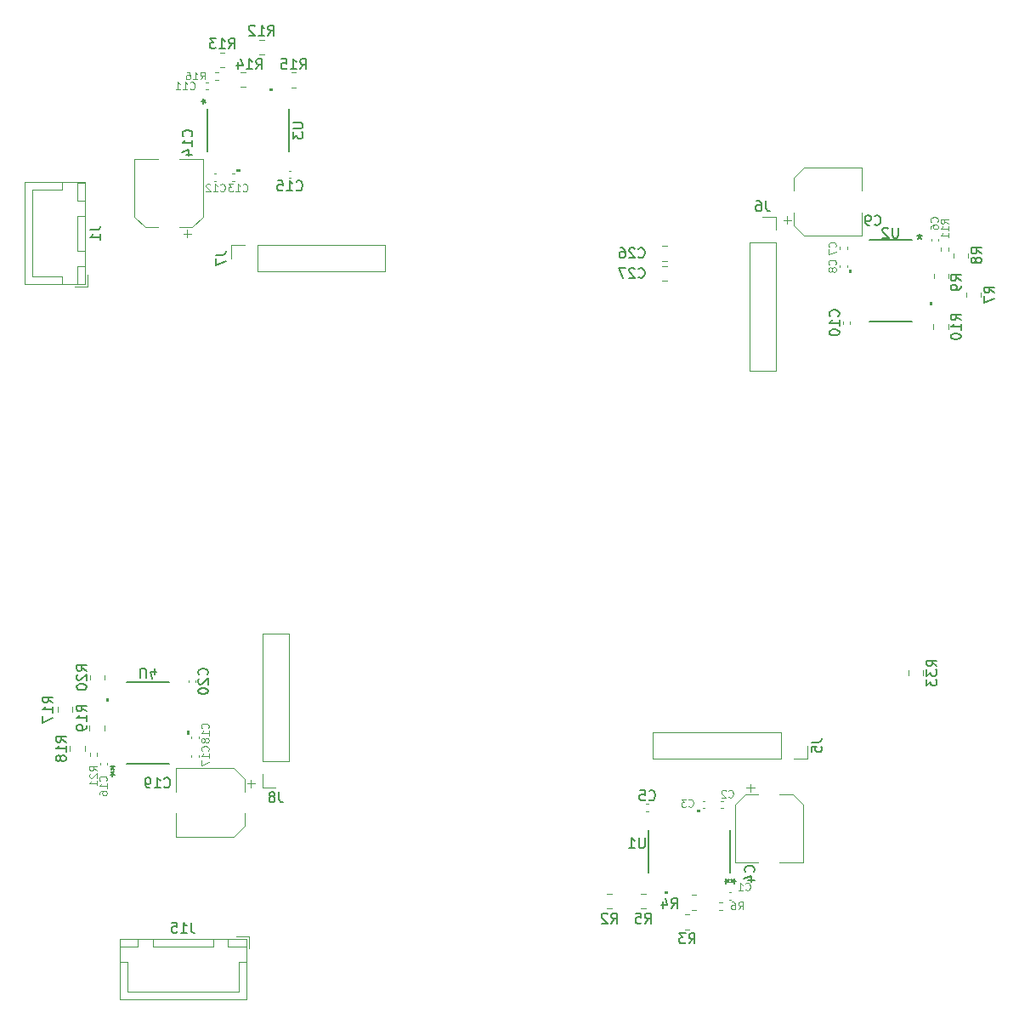
<source format=gbr>
%TF.GenerationSoftware,KiCad,Pcbnew,7.0.8*%
%TF.CreationDate,2023-10-26T13:24:24+11:00*%
%TF.ProjectId,Main 4.2,4d61696e-2034-42e3-922e-6b696361645f,rev?*%
%TF.SameCoordinates,Original*%
%TF.FileFunction,Legend,Bot*%
%TF.FilePolarity,Positive*%
%FSLAX46Y46*%
G04 Gerber Fmt 4.6, Leading zero omitted, Abs format (unit mm)*
G04 Created by KiCad (PCBNEW 7.0.8) date 2023-10-26 13:24:24*
%MOMM*%
%LPD*%
G01*
G04 APERTURE LIST*
%ADD10C,0.125000*%
%ADD11C,0.150000*%
%ADD12C,0.120000*%
%ADD13C,0.152400*%
G04 APERTURE END LIST*
D10*
X166875000Y-180269035D02*
X166910714Y-180304750D01*
X166910714Y-180304750D02*
X167017857Y-180340464D01*
X167017857Y-180340464D02*
X167089285Y-180340464D01*
X167089285Y-180340464D02*
X167196428Y-180304750D01*
X167196428Y-180304750D02*
X167267857Y-180233321D01*
X167267857Y-180233321D02*
X167303571Y-180161892D01*
X167303571Y-180161892D02*
X167339285Y-180019035D01*
X167339285Y-180019035D02*
X167339285Y-179911892D01*
X167339285Y-179911892D02*
X167303571Y-179769035D01*
X167303571Y-179769035D02*
X167267857Y-179697607D01*
X167267857Y-179697607D02*
X167196428Y-179626178D01*
X167196428Y-179626178D02*
X167089285Y-179590464D01*
X167089285Y-179590464D02*
X167017857Y-179590464D01*
X167017857Y-179590464D02*
X166910714Y-179626178D01*
X166910714Y-179626178D02*
X166875000Y-179661892D01*
X166625000Y-179590464D02*
X166160714Y-179590464D01*
X166160714Y-179590464D02*
X166410714Y-179876178D01*
X166410714Y-179876178D02*
X166303571Y-179876178D01*
X166303571Y-179876178D02*
X166232143Y-179911892D01*
X166232143Y-179911892D02*
X166196428Y-179947607D01*
X166196428Y-179947607D02*
X166160714Y-180019035D01*
X166160714Y-180019035D02*
X166160714Y-180197607D01*
X166160714Y-180197607D02*
X166196428Y-180269035D01*
X166196428Y-180269035D02*
X166232143Y-180304750D01*
X166232143Y-180304750D02*
X166303571Y-180340464D01*
X166303571Y-180340464D02*
X166517857Y-180340464D01*
X166517857Y-180340464D02*
X166589285Y-180304750D01*
X166589285Y-180304750D02*
X166625000Y-180269035D01*
D11*
X179134819Y-173916666D02*
X179849104Y-173916666D01*
X179849104Y-173916666D02*
X179991961Y-173869047D01*
X179991961Y-173869047D02*
X180087200Y-173773809D01*
X180087200Y-173773809D02*
X180134819Y-173630952D01*
X180134819Y-173630952D02*
X180134819Y-173535714D01*
X179134819Y-174869047D02*
X179134819Y-174392857D01*
X179134819Y-174392857D02*
X179611009Y-174345238D01*
X179611009Y-174345238D02*
X179563390Y-174392857D01*
X179563390Y-174392857D02*
X179515771Y-174488095D01*
X179515771Y-174488095D02*
X179515771Y-174726190D01*
X179515771Y-174726190D02*
X179563390Y-174821428D01*
X179563390Y-174821428D02*
X179611009Y-174869047D01*
X179611009Y-174869047D02*
X179706247Y-174916666D01*
X179706247Y-174916666D02*
X179944342Y-174916666D01*
X179944342Y-174916666D02*
X180039580Y-174869047D01*
X180039580Y-174869047D02*
X180087200Y-174821428D01*
X180087200Y-174821428D02*
X180134819Y-174726190D01*
X180134819Y-174726190D02*
X180134819Y-174488095D01*
X180134819Y-174488095D02*
X180087200Y-174392857D01*
X180087200Y-174392857D02*
X180039580Y-174345238D01*
D10*
X108869035Y-177767856D02*
X108904750Y-177732142D01*
X108904750Y-177732142D02*
X108940464Y-177624999D01*
X108940464Y-177624999D02*
X108940464Y-177553571D01*
X108940464Y-177553571D02*
X108904750Y-177446428D01*
X108904750Y-177446428D02*
X108833321Y-177374999D01*
X108833321Y-177374999D02*
X108761892Y-177339285D01*
X108761892Y-177339285D02*
X108619035Y-177303571D01*
X108619035Y-177303571D02*
X108511892Y-177303571D01*
X108511892Y-177303571D02*
X108369035Y-177339285D01*
X108369035Y-177339285D02*
X108297607Y-177374999D01*
X108297607Y-177374999D02*
X108226178Y-177446428D01*
X108226178Y-177446428D02*
X108190464Y-177553571D01*
X108190464Y-177553571D02*
X108190464Y-177624999D01*
X108190464Y-177624999D02*
X108226178Y-177732142D01*
X108226178Y-177732142D02*
X108261892Y-177767856D01*
X108940464Y-178482142D02*
X108940464Y-178053571D01*
X108940464Y-178267856D02*
X108190464Y-178267856D01*
X108190464Y-178267856D02*
X108297607Y-178196428D01*
X108297607Y-178196428D02*
X108369035Y-178124999D01*
X108369035Y-178124999D02*
X108404750Y-178053571D01*
X108190464Y-179125000D02*
X108190464Y-178982142D01*
X108190464Y-178982142D02*
X108226178Y-178910714D01*
X108226178Y-178910714D02*
X108261892Y-178875000D01*
X108261892Y-178875000D02*
X108369035Y-178803571D01*
X108369035Y-178803571D02*
X108511892Y-178767857D01*
X108511892Y-178767857D02*
X108797607Y-178767857D01*
X108797607Y-178767857D02*
X108869035Y-178803571D01*
X108869035Y-178803571D02*
X108904750Y-178839285D01*
X108904750Y-178839285D02*
X108940464Y-178910714D01*
X108940464Y-178910714D02*
X108940464Y-179053571D01*
X108940464Y-179053571D02*
X108904750Y-179125000D01*
X108904750Y-179125000D02*
X108869035Y-179160714D01*
X108869035Y-179160714D02*
X108797607Y-179196428D01*
X108797607Y-179196428D02*
X108619035Y-179196428D01*
X108619035Y-179196428D02*
X108547607Y-179160714D01*
X108547607Y-179160714D02*
X108511892Y-179125000D01*
X108511892Y-179125000D02*
X108476178Y-179053571D01*
X108476178Y-179053571D02*
X108476178Y-178910714D01*
X108476178Y-178910714D02*
X108511892Y-178839285D01*
X108511892Y-178839285D02*
X108547607Y-178803571D01*
X108547607Y-178803571D02*
X108619035Y-178767857D01*
D11*
X162511904Y-183454819D02*
X162511904Y-184264342D01*
X162511904Y-184264342D02*
X162464285Y-184359580D01*
X162464285Y-184359580D02*
X162416666Y-184407200D01*
X162416666Y-184407200D02*
X162321428Y-184454819D01*
X162321428Y-184454819D02*
X162130952Y-184454819D01*
X162130952Y-184454819D02*
X162035714Y-184407200D01*
X162035714Y-184407200D02*
X161988095Y-184359580D01*
X161988095Y-184359580D02*
X161940476Y-184264342D01*
X161940476Y-184264342D02*
X161940476Y-183454819D01*
X160940476Y-184454819D02*
X161511904Y-184454819D01*
X161226190Y-184454819D02*
X161226190Y-183454819D01*
X161226190Y-183454819D02*
X161321428Y-183597676D01*
X161321428Y-183597676D02*
X161416666Y-183692914D01*
X161416666Y-183692914D02*
X161511904Y-183740533D01*
X170479821Y-187724998D02*
X170717916Y-187724998D01*
X170622678Y-187486903D02*
X170717916Y-187724998D01*
X170717916Y-187724998D02*
X170622678Y-187963093D01*
X170908392Y-187582141D02*
X170717916Y-187724998D01*
X170717916Y-187724998D02*
X170908392Y-187867855D01*
X171570182Y-187724997D02*
X171332087Y-187724997D01*
X171427325Y-187963092D02*
X171332087Y-187724997D01*
X171332087Y-187724997D02*
X171427325Y-187486902D01*
X171141611Y-187867854D02*
X171332087Y-187724997D01*
X171332087Y-187724997D02*
X171141611Y-187582140D01*
X173354582Y-186833333D02*
X173402202Y-186785714D01*
X173402202Y-186785714D02*
X173449821Y-186642857D01*
X173449821Y-186642857D02*
X173449821Y-186547619D01*
X173449821Y-186547619D02*
X173402202Y-186404762D01*
X173402202Y-186404762D02*
X173306963Y-186309524D01*
X173306963Y-186309524D02*
X173211725Y-186261905D01*
X173211725Y-186261905D02*
X173021249Y-186214286D01*
X173021249Y-186214286D02*
X172878392Y-186214286D01*
X172878392Y-186214286D02*
X172687916Y-186261905D01*
X172687916Y-186261905D02*
X172592678Y-186309524D01*
X172592678Y-186309524D02*
X172497440Y-186404762D01*
X172497440Y-186404762D02*
X172449821Y-186547619D01*
X172449821Y-186547619D02*
X172449821Y-186642857D01*
X172449821Y-186642857D02*
X172497440Y-186785714D01*
X172497440Y-186785714D02*
X172545059Y-186833333D01*
X172783154Y-187690476D02*
X173449821Y-187690476D01*
X172402202Y-187452381D02*
X173116487Y-187214286D01*
X173116487Y-187214286D02*
X173116487Y-187833333D01*
X162541668Y-191954819D02*
X162875001Y-191478628D01*
X163113096Y-191954819D02*
X163113096Y-190954819D01*
X163113096Y-190954819D02*
X162732144Y-190954819D01*
X162732144Y-190954819D02*
X162636906Y-191002438D01*
X162636906Y-191002438D02*
X162589287Y-191050057D01*
X162589287Y-191050057D02*
X162541668Y-191145295D01*
X162541668Y-191145295D02*
X162541668Y-191288152D01*
X162541668Y-191288152D02*
X162589287Y-191383390D01*
X162589287Y-191383390D02*
X162636906Y-191431009D01*
X162636906Y-191431009D02*
X162732144Y-191478628D01*
X162732144Y-191478628D02*
X163113096Y-191478628D01*
X161636906Y-190954819D02*
X162113096Y-190954819D01*
X162113096Y-190954819D02*
X162160715Y-191431009D01*
X162160715Y-191431009D02*
X162113096Y-191383390D01*
X162113096Y-191383390D02*
X162017858Y-191335771D01*
X162017858Y-191335771D02*
X161779763Y-191335771D01*
X161779763Y-191335771D02*
X161684525Y-191383390D01*
X161684525Y-191383390D02*
X161636906Y-191431009D01*
X161636906Y-191431009D02*
X161589287Y-191526247D01*
X161589287Y-191526247D02*
X161589287Y-191764342D01*
X161589287Y-191764342D02*
X161636906Y-191859580D01*
X161636906Y-191859580D02*
X161684525Y-191907200D01*
X161684525Y-191907200D02*
X161779763Y-191954819D01*
X161779763Y-191954819D02*
X162017858Y-191954819D01*
X162017858Y-191954819D02*
X162113096Y-191907200D01*
X162113096Y-191907200D02*
X162160715Y-191859580D01*
D10*
X181519035Y-126374999D02*
X181554750Y-126339285D01*
X181554750Y-126339285D02*
X181590464Y-126232142D01*
X181590464Y-126232142D02*
X181590464Y-126160714D01*
X181590464Y-126160714D02*
X181554750Y-126053571D01*
X181554750Y-126053571D02*
X181483321Y-125982142D01*
X181483321Y-125982142D02*
X181411892Y-125946428D01*
X181411892Y-125946428D02*
X181269035Y-125910714D01*
X181269035Y-125910714D02*
X181161892Y-125910714D01*
X181161892Y-125910714D02*
X181019035Y-125946428D01*
X181019035Y-125946428D02*
X180947607Y-125982142D01*
X180947607Y-125982142D02*
X180876178Y-126053571D01*
X180876178Y-126053571D02*
X180840464Y-126160714D01*
X180840464Y-126160714D02*
X180840464Y-126232142D01*
X180840464Y-126232142D02*
X180876178Y-126339285D01*
X180876178Y-126339285D02*
X180911892Y-126374999D01*
X181161892Y-126803571D02*
X181126178Y-126732142D01*
X181126178Y-126732142D02*
X181090464Y-126696428D01*
X181090464Y-126696428D02*
X181019035Y-126660714D01*
X181019035Y-126660714D02*
X180983321Y-126660714D01*
X180983321Y-126660714D02*
X180911892Y-126696428D01*
X180911892Y-126696428D02*
X180876178Y-126732142D01*
X180876178Y-126732142D02*
X180840464Y-126803571D01*
X180840464Y-126803571D02*
X180840464Y-126946428D01*
X180840464Y-126946428D02*
X180876178Y-127017857D01*
X180876178Y-127017857D02*
X180911892Y-127053571D01*
X180911892Y-127053571D02*
X180983321Y-127089285D01*
X180983321Y-127089285D02*
X181019035Y-127089285D01*
X181019035Y-127089285D02*
X181090464Y-127053571D01*
X181090464Y-127053571D02*
X181126178Y-127017857D01*
X181126178Y-127017857D02*
X181161892Y-126946428D01*
X181161892Y-126946428D02*
X181161892Y-126803571D01*
X181161892Y-126803571D02*
X181197607Y-126732142D01*
X181197607Y-126732142D02*
X181233321Y-126696428D01*
X181233321Y-126696428D02*
X181304750Y-126660714D01*
X181304750Y-126660714D02*
X181447607Y-126660714D01*
X181447607Y-126660714D02*
X181519035Y-126696428D01*
X181519035Y-126696428D02*
X181554750Y-126732142D01*
X181554750Y-126732142D02*
X181590464Y-126803571D01*
X181590464Y-126803571D02*
X181590464Y-126946428D01*
X181590464Y-126946428D02*
X181554750Y-127017857D01*
X181554750Y-127017857D02*
X181519035Y-127053571D01*
X181519035Y-127053571D02*
X181447607Y-127089285D01*
X181447607Y-127089285D02*
X181304750Y-127089285D01*
X181304750Y-127089285D02*
X181233321Y-127053571D01*
X181233321Y-127053571D02*
X181197607Y-127017857D01*
X181197607Y-127017857D02*
X181161892Y-126946428D01*
D11*
X127792857Y-118919580D02*
X127840476Y-118967200D01*
X127840476Y-118967200D02*
X127983333Y-119014819D01*
X127983333Y-119014819D02*
X128078571Y-119014819D01*
X128078571Y-119014819D02*
X128221428Y-118967200D01*
X128221428Y-118967200D02*
X128316666Y-118871961D01*
X128316666Y-118871961D02*
X128364285Y-118776723D01*
X128364285Y-118776723D02*
X128411904Y-118586247D01*
X128411904Y-118586247D02*
X128411904Y-118443390D01*
X128411904Y-118443390D02*
X128364285Y-118252914D01*
X128364285Y-118252914D02*
X128316666Y-118157676D01*
X128316666Y-118157676D02*
X128221428Y-118062438D01*
X128221428Y-118062438D02*
X128078571Y-118014819D01*
X128078571Y-118014819D02*
X127983333Y-118014819D01*
X127983333Y-118014819D02*
X127840476Y-118062438D01*
X127840476Y-118062438D02*
X127792857Y-118110057D01*
X126840476Y-119014819D02*
X127411904Y-119014819D01*
X127126190Y-119014819D02*
X127126190Y-118014819D01*
X127126190Y-118014819D02*
X127221428Y-118157676D01*
X127221428Y-118157676D02*
X127316666Y-118252914D01*
X127316666Y-118252914D02*
X127411904Y-118300533D01*
X125935714Y-118014819D02*
X126411904Y-118014819D01*
X126411904Y-118014819D02*
X126459523Y-118491009D01*
X126459523Y-118491009D02*
X126411904Y-118443390D01*
X126411904Y-118443390D02*
X126316666Y-118395771D01*
X126316666Y-118395771D02*
X126078571Y-118395771D01*
X126078571Y-118395771D02*
X125983333Y-118443390D01*
X125983333Y-118443390D02*
X125935714Y-118491009D01*
X125935714Y-118491009D02*
X125888095Y-118586247D01*
X125888095Y-118586247D02*
X125888095Y-118824342D01*
X125888095Y-118824342D02*
X125935714Y-118919580D01*
X125935714Y-118919580D02*
X125983333Y-118967200D01*
X125983333Y-118967200D02*
X126078571Y-119014819D01*
X126078571Y-119014819D02*
X126316666Y-119014819D01*
X126316666Y-119014819D02*
X126411904Y-118967200D01*
X126411904Y-118967200D02*
X126459523Y-118919580D01*
D10*
X119019035Y-172517856D02*
X119054750Y-172482142D01*
X119054750Y-172482142D02*
X119090464Y-172374999D01*
X119090464Y-172374999D02*
X119090464Y-172303571D01*
X119090464Y-172303571D02*
X119054750Y-172196428D01*
X119054750Y-172196428D02*
X118983321Y-172124999D01*
X118983321Y-172124999D02*
X118911892Y-172089285D01*
X118911892Y-172089285D02*
X118769035Y-172053571D01*
X118769035Y-172053571D02*
X118661892Y-172053571D01*
X118661892Y-172053571D02*
X118519035Y-172089285D01*
X118519035Y-172089285D02*
X118447607Y-172124999D01*
X118447607Y-172124999D02*
X118376178Y-172196428D01*
X118376178Y-172196428D02*
X118340464Y-172303571D01*
X118340464Y-172303571D02*
X118340464Y-172374999D01*
X118340464Y-172374999D02*
X118376178Y-172482142D01*
X118376178Y-172482142D02*
X118411892Y-172517856D01*
X119090464Y-173232142D02*
X119090464Y-172803571D01*
X119090464Y-173017856D02*
X118340464Y-173017856D01*
X118340464Y-173017856D02*
X118447607Y-172946428D01*
X118447607Y-172946428D02*
X118519035Y-172874999D01*
X118519035Y-172874999D02*
X118554750Y-172803571D01*
X118661892Y-173660714D02*
X118626178Y-173589285D01*
X118626178Y-173589285D02*
X118590464Y-173553571D01*
X118590464Y-173553571D02*
X118519035Y-173517857D01*
X118519035Y-173517857D02*
X118483321Y-173517857D01*
X118483321Y-173517857D02*
X118411892Y-173553571D01*
X118411892Y-173553571D02*
X118376178Y-173589285D01*
X118376178Y-173589285D02*
X118340464Y-173660714D01*
X118340464Y-173660714D02*
X118340464Y-173803571D01*
X118340464Y-173803571D02*
X118376178Y-173875000D01*
X118376178Y-173875000D02*
X118411892Y-173910714D01*
X118411892Y-173910714D02*
X118483321Y-173946428D01*
X118483321Y-173946428D02*
X118519035Y-173946428D01*
X118519035Y-173946428D02*
X118590464Y-173910714D01*
X118590464Y-173910714D02*
X118626178Y-173875000D01*
X118626178Y-173875000D02*
X118661892Y-173803571D01*
X118661892Y-173803571D02*
X118661892Y-173660714D01*
X118661892Y-173660714D02*
X118697607Y-173589285D01*
X118697607Y-173589285D02*
X118733321Y-173553571D01*
X118733321Y-173553571D02*
X118804750Y-173517857D01*
X118804750Y-173517857D02*
X118947607Y-173517857D01*
X118947607Y-173517857D02*
X119019035Y-173553571D01*
X119019035Y-173553571D02*
X119054750Y-173589285D01*
X119054750Y-173589285D02*
X119090464Y-173660714D01*
X119090464Y-173660714D02*
X119090464Y-173803571D01*
X119090464Y-173803571D02*
X119054750Y-173875000D01*
X119054750Y-173875000D02*
X119019035Y-173910714D01*
X119019035Y-173910714D02*
X118947607Y-173946428D01*
X118947607Y-173946428D02*
X118804750Y-173946428D01*
X118804750Y-173946428D02*
X118733321Y-173910714D01*
X118733321Y-173910714D02*
X118697607Y-173875000D01*
X118697607Y-173875000D02*
X118661892Y-173803571D01*
D11*
X187761904Y-122704819D02*
X187761904Y-123514342D01*
X187761904Y-123514342D02*
X187714285Y-123609580D01*
X187714285Y-123609580D02*
X187666666Y-123657200D01*
X187666666Y-123657200D02*
X187571428Y-123704819D01*
X187571428Y-123704819D02*
X187380952Y-123704819D01*
X187380952Y-123704819D02*
X187285714Y-123657200D01*
X187285714Y-123657200D02*
X187238095Y-123609580D01*
X187238095Y-123609580D02*
X187190476Y-123514342D01*
X187190476Y-123514342D02*
X187190476Y-122704819D01*
X186761904Y-122800057D02*
X186714285Y-122752438D01*
X186714285Y-122752438D02*
X186619047Y-122704819D01*
X186619047Y-122704819D02*
X186380952Y-122704819D01*
X186380952Y-122704819D02*
X186285714Y-122752438D01*
X186285714Y-122752438D02*
X186238095Y-122800057D01*
X186238095Y-122800057D02*
X186190476Y-122895295D01*
X186190476Y-122895295D02*
X186190476Y-122990533D01*
X186190476Y-122990533D02*
X186238095Y-123133390D01*
X186238095Y-123133390D02*
X186809523Y-123704819D01*
X186809523Y-123704819D02*
X186190476Y-123704819D01*
X189899999Y-123354819D02*
X189899999Y-123592914D01*
X190138094Y-123497676D02*
X189899999Y-123592914D01*
X189899999Y-123592914D02*
X189661904Y-123497676D01*
X190042856Y-123783390D02*
X189899999Y-123592914D01*
X189899999Y-123592914D02*
X189757142Y-123783390D01*
X189899999Y-123354819D02*
X189899999Y-123592914D01*
X190138094Y-123497676D02*
X189899999Y-123592914D01*
X189899999Y-123592914D02*
X189661904Y-123497676D01*
X190042856Y-123783390D02*
X189899999Y-123592914D01*
X189899999Y-123592914D02*
X189757142Y-123783390D01*
X197354819Y-129183333D02*
X196878628Y-128850000D01*
X197354819Y-128611905D02*
X196354819Y-128611905D01*
X196354819Y-128611905D02*
X196354819Y-128992857D01*
X196354819Y-128992857D02*
X196402438Y-129088095D01*
X196402438Y-129088095D02*
X196450057Y-129135714D01*
X196450057Y-129135714D02*
X196545295Y-129183333D01*
X196545295Y-129183333D02*
X196688152Y-129183333D01*
X196688152Y-129183333D02*
X196783390Y-129135714D01*
X196783390Y-129135714D02*
X196831009Y-129088095D01*
X196831009Y-129088095D02*
X196878628Y-128992857D01*
X196878628Y-128992857D02*
X196878628Y-128611905D01*
X196354819Y-129516667D02*
X196354819Y-130183333D01*
X196354819Y-130183333D02*
X197354819Y-129754762D01*
X161892857Y-125609580D02*
X161940476Y-125657200D01*
X161940476Y-125657200D02*
X162083333Y-125704819D01*
X162083333Y-125704819D02*
X162178571Y-125704819D01*
X162178571Y-125704819D02*
X162321428Y-125657200D01*
X162321428Y-125657200D02*
X162416666Y-125561961D01*
X162416666Y-125561961D02*
X162464285Y-125466723D01*
X162464285Y-125466723D02*
X162511904Y-125276247D01*
X162511904Y-125276247D02*
X162511904Y-125133390D01*
X162511904Y-125133390D02*
X162464285Y-124942914D01*
X162464285Y-124942914D02*
X162416666Y-124847676D01*
X162416666Y-124847676D02*
X162321428Y-124752438D01*
X162321428Y-124752438D02*
X162178571Y-124704819D01*
X162178571Y-124704819D02*
X162083333Y-124704819D01*
X162083333Y-124704819D02*
X161940476Y-124752438D01*
X161940476Y-124752438D02*
X161892857Y-124800057D01*
X161511904Y-124800057D02*
X161464285Y-124752438D01*
X161464285Y-124752438D02*
X161369047Y-124704819D01*
X161369047Y-124704819D02*
X161130952Y-124704819D01*
X161130952Y-124704819D02*
X161035714Y-124752438D01*
X161035714Y-124752438D02*
X160988095Y-124800057D01*
X160988095Y-124800057D02*
X160940476Y-124895295D01*
X160940476Y-124895295D02*
X160940476Y-124990533D01*
X160940476Y-124990533D02*
X160988095Y-125133390D01*
X160988095Y-125133390D02*
X161559523Y-125704819D01*
X161559523Y-125704819D02*
X160940476Y-125704819D01*
X160083333Y-124704819D02*
X160273809Y-124704819D01*
X160273809Y-124704819D02*
X160369047Y-124752438D01*
X160369047Y-124752438D02*
X160416666Y-124800057D01*
X160416666Y-124800057D02*
X160511904Y-124942914D01*
X160511904Y-124942914D02*
X160559523Y-125133390D01*
X160559523Y-125133390D02*
X160559523Y-125514342D01*
X160559523Y-125514342D02*
X160511904Y-125609580D01*
X160511904Y-125609580D02*
X160464285Y-125657200D01*
X160464285Y-125657200D02*
X160369047Y-125704819D01*
X160369047Y-125704819D02*
X160178571Y-125704819D01*
X160178571Y-125704819D02*
X160083333Y-125657200D01*
X160083333Y-125657200D02*
X160035714Y-125609580D01*
X160035714Y-125609580D02*
X159988095Y-125514342D01*
X159988095Y-125514342D02*
X159988095Y-125276247D01*
X159988095Y-125276247D02*
X160035714Y-125181009D01*
X160035714Y-125181009D02*
X160083333Y-125133390D01*
X160083333Y-125133390D02*
X160178571Y-125085771D01*
X160178571Y-125085771D02*
X160369047Y-125085771D01*
X160369047Y-125085771D02*
X160464285Y-125133390D01*
X160464285Y-125133390D02*
X160511904Y-125181009D01*
X160511904Y-125181009D02*
X160559523Y-125276247D01*
D10*
X120232143Y-119019035D02*
X120267857Y-119054750D01*
X120267857Y-119054750D02*
X120375000Y-119090464D01*
X120375000Y-119090464D02*
X120446428Y-119090464D01*
X120446428Y-119090464D02*
X120553571Y-119054750D01*
X120553571Y-119054750D02*
X120625000Y-118983321D01*
X120625000Y-118983321D02*
X120660714Y-118911892D01*
X120660714Y-118911892D02*
X120696428Y-118769035D01*
X120696428Y-118769035D02*
X120696428Y-118661892D01*
X120696428Y-118661892D02*
X120660714Y-118519035D01*
X120660714Y-118519035D02*
X120625000Y-118447607D01*
X120625000Y-118447607D02*
X120553571Y-118376178D01*
X120553571Y-118376178D02*
X120446428Y-118340464D01*
X120446428Y-118340464D02*
X120375000Y-118340464D01*
X120375000Y-118340464D02*
X120267857Y-118376178D01*
X120267857Y-118376178D02*
X120232143Y-118411892D01*
X119517857Y-119090464D02*
X119946428Y-119090464D01*
X119732143Y-119090464D02*
X119732143Y-118340464D01*
X119732143Y-118340464D02*
X119803571Y-118447607D01*
X119803571Y-118447607D02*
X119875000Y-118519035D01*
X119875000Y-118519035D02*
X119946428Y-118554750D01*
X119232142Y-118411892D02*
X119196428Y-118376178D01*
X119196428Y-118376178D02*
X119125000Y-118340464D01*
X119125000Y-118340464D02*
X118946428Y-118340464D01*
X118946428Y-118340464D02*
X118875000Y-118376178D01*
X118875000Y-118376178D02*
X118839285Y-118411892D01*
X118839285Y-118411892D02*
X118803571Y-118483321D01*
X118803571Y-118483321D02*
X118803571Y-118554750D01*
X118803571Y-118554750D02*
X118839285Y-118661892D01*
X118839285Y-118661892D02*
X119267857Y-119090464D01*
X119267857Y-119090464D02*
X118803571Y-119090464D01*
D11*
X103554819Y-170007142D02*
X103078628Y-169673809D01*
X103554819Y-169435714D02*
X102554819Y-169435714D01*
X102554819Y-169435714D02*
X102554819Y-169816666D01*
X102554819Y-169816666D02*
X102602438Y-169911904D01*
X102602438Y-169911904D02*
X102650057Y-169959523D01*
X102650057Y-169959523D02*
X102745295Y-170007142D01*
X102745295Y-170007142D02*
X102888152Y-170007142D01*
X102888152Y-170007142D02*
X102983390Y-169959523D01*
X102983390Y-169959523D02*
X103031009Y-169911904D01*
X103031009Y-169911904D02*
X103078628Y-169816666D01*
X103078628Y-169816666D02*
X103078628Y-169435714D01*
X103554819Y-170959523D02*
X103554819Y-170388095D01*
X103554819Y-170673809D02*
X102554819Y-170673809D01*
X102554819Y-170673809D02*
X102697676Y-170578571D01*
X102697676Y-170578571D02*
X102792914Y-170483333D01*
X102792914Y-170483333D02*
X102840533Y-170388095D01*
X102554819Y-171292857D02*
X102554819Y-171959523D01*
X102554819Y-171959523D02*
X103554819Y-171530952D01*
D10*
X170875000Y-179344033D02*
X170910714Y-179379748D01*
X170910714Y-179379748D02*
X171017857Y-179415462D01*
X171017857Y-179415462D02*
X171089285Y-179415462D01*
X171089285Y-179415462D02*
X171196428Y-179379748D01*
X171196428Y-179379748D02*
X171267857Y-179308319D01*
X171267857Y-179308319D02*
X171303571Y-179236890D01*
X171303571Y-179236890D02*
X171339285Y-179094033D01*
X171339285Y-179094033D02*
X171339285Y-178986890D01*
X171339285Y-178986890D02*
X171303571Y-178844033D01*
X171303571Y-178844033D02*
X171267857Y-178772605D01*
X171267857Y-178772605D02*
X171196428Y-178701176D01*
X171196428Y-178701176D02*
X171089285Y-178665462D01*
X171089285Y-178665462D02*
X171017857Y-178665462D01*
X171017857Y-178665462D02*
X170910714Y-178701176D01*
X170910714Y-178701176D02*
X170875000Y-178736890D01*
X170589285Y-178736890D02*
X170553571Y-178701176D01*
X170553571Y-178701176D02*
X170482143Y-178665462D01*
X170482143Y-178665462D02*
X170303571Y-178665462D01*
X170303571Y-178665462D02*
X170232143Y-178701176D01*
X170232143Y-178701176D02*
X170196428Y-178736890D01*
X170196428Y-178736890D02*
X170160714Y-178808319D01*
X170160714Y-178808319D02*
X170160714Y-178879748D01*
X170160714Y-178879748D02*
X170196428Y-178986890D01*
X170196428Y-178986890D02*
X170625000Y-179415462D01*
X170625000Y-179415462D02*
X170160714Y-179415462D01*
D11*
X196054819Y-125283333D02*
X195578628Y-124950000D01*
X196054819Y-124711905D02*
X195054819Y-124711905D01*
X195054819Y-124711905D02*
X195054819Y-125092857D01*
X195054819Y-125092857D02*
X195102438Y-125188095D01*
X195102438Y-125188095D02*
X195150057Y-125235714D01*
X195150057Y-125235714D02*
X195245295Y-125283333D01*
X195245295Y-125283333D02*
X195388152Y-125283333D01*
X195388152Y-125283333D02*
X195483390Y-125235714D01*
X195483390Y-125235714D02*
X195531009Y-125188095D01*
X195531009Y-125188095D02*
X195578628Y-125092857D01*
X195578628Y-125092857D02*
X195578628Y-124711905D01*
X195483390Y-125854762D02*
X195435771Y-125759524D01*
X195435771Y-125759524D02*
X195388152Y-125711905D01*
X195388152Y-125711905D02*
X195292914Y-125664286D01*
X195292914Y-125664286D02*
X195245295Y-125664286D01*
X195245295Y-125664286D02*
X195150057Y-125711905D01*
X195150057Y-125711905D02*
X195102438Y-125759524D01*
X195102438Y-125759524D02*
X195054819Y-125854762D01*
X195054819Y-125854762D02*
X195054819Y-126045238D01*
X195054819Y-126045238D02*
X195102438Y-126140476D01*
X195102438Y-126140476D02*
X195150057Y-126188095D01*
X195150057Y-126188095D02*
X195245295Y-126235714D01*
X195245295Y-126235714D02*
X195292914Y-126235714D01*
X195292914Y-126235714D02*
X195388152Y-126188095D01*
X195388152Y-126188095D02*
X195435771Y-126140476D01*
X195435771Y-126140476D02*
X195483390Y-126045238D01*
X195483390Y-126045238D02*
X195483390Y-125854762D01*
X195483390Y-125854762D02*
X195531009Y-125759524D01*
X195531009Y-125759524D02*
X195578628Y-125711905D01*
X195578628Y-125711905D02*
X195673866Y-125664286D01*
X195673866Y-125664286D02*
X195864342Y-125664286D01*
X195864342Y-125664286D02*
X195959580Y-125711905D01*
X195959580Y-125711905D02*
X196007200Y-125759524D01*
X196007200Y-125759524D02*
X196054819Y-125854762D01*
X196054819Y-125854762D02*
X196054819Y-126045238D01*
X196054819Y-126045238D02*
X196007200Y-126140476D01*
X196007200Y-126140476D02*
X195959580Y-126188095D01*
X195959580Y-126188095D02*
X195864342Y-126235714D01*
X195864342Y-126235714D02*
X195673866Y-126235714D01*
X195673866Y-126235714D02*
X195578628Y-126188095D01*
X195578628Y-126188095D02*
X195531009Y-126140476D01*
X195531009Y-126140476D02*
X195483390Y-126045238D01*
X119774819Y-125416666D02*
X120489104Y-125416666D01*
X120489104Y-125416666D02*
X120631961Y-125369047D01*
X120631961Y-125369047D02*
X120727200Y-125273809D01*
X120727200Y-125273809D02*
X120774819Y-125130952D01*
X120774819Y-125130952D02*
X120774819Y-125035714D01*
X119774819Y-125797619D02*
X119774819Y-126464285D01*
X119774819Y-126464285D02*
X120774819Y-126035714D01*
X106904819Y-170857142D02*
X106428628Y-170523809D01*
X106904819Y-170285714D02*
X105904819Y-170285714D01*
X105904819Y-170285714D02*
X105904819Y-170666666D01*
X105904819Y-170666666D02*
X105952438Y-170761904D01*
X105952438Y-170761904D02*
X106000057Y-170809523D01*
X106000057Y-170809523D02*
X106095295Y-170857142D01*
X106095295Y-170857142D02*
X106238152Y-170857142D01*
X106238152Y-170857142D02*
X106333390Y-170809523D01*
X106333390Y-170809523D02*
X106381009Y-170761904D01*
X106381009Y-170761904D02*
X106428628Y-170666666D01*
X106428628Y-170666666D02*
X106428628Y-170285714D01*
X106904819Y-171809523D02*
X106904819Y-171238095D01*
X106904819Y-171523809D02*
X105904819Y-171523809D01*
X105904819Y-171523809D02*
X106047676Y-171428571D01*
X106047676Y-171428571D02*
X106142914Y-171333333D01*
X106142914Y-171333333D02*
X106190533Y-171238095D01*
X106904819Y-172285714D02*
X106904819Y-172476190D01*
X106904819Y-172476190D02*
X106857200Y-172571428D01*
X106857200Y-172571428D02*
X106809580Y-172619047D01*
X106809580Y-172619047D02*
X106666723Y-172714285D01*
X106666723Y-172714285D02*
X106476247Y-172761904D01*
X106476247Y-172761904D02*
X106095295Y-172761904D01*
X106095295Y-172761904D02*
X106000057Y-172714285D01*
X106000057Y-172714285D02*
X105952438Y-172666666D01*
X105952438Y-172666666D02*
X105904819Y-172571428D01*
X105904819Y-172571428D02*
X105904819Y-172380952D01*
X105904819Y-172380952D02*
X105952438Y-172285714D01*
X105952438Y-172285714D02*
X106000057Y-172238095D01*
X106000057Y-172238095D02*
X106095295Y-172190476D01*
X106095295Y-172190476D02*
X106333390Y-172190476D01*
X106333390Y-172190476D02*
X106428628Y-172238095D01*
X106428628Y-172238095D02*
X106476247Y-172285714D01*
X106476247Y-172285714D02*
X106523866Y-172380952D01*
X106523866Y-172380952D02*
X106523866Y-172571428D01*
X106523866Y-172571428D02*
X106476247Y-172666666D01*
X106476247Y-172666666D02*
X106428628Y-172714285D01*
X106428628Y-172714285D02*
X106333390Y-172761904D01*
X121092857Y-104854819D02*
X121426190Y-104378628D01*
X121664285Y-104854819D02*
X121664285Y-103854819D01*
X121664285Y-103854819D02*
X121283333Y-103854819D01*
X121283333Y-103854819D02*
X121188095Y-103902438D01*
X121188095Y-103902438D02*
X121140476Y-103950057D01*
X121140476Y-103950057D02*
X121092857Y-104045295D01*
X121092857Y-104045295D02*
X121092857Y-104188152D01*
X121092857Y-104188152D02*
X121140476Y-104283390D01*
X121140476Y-104283390D02*
X121188095Y-104331009D01*
X121188095Y-104331009D02*
X121283333Y-104378628D01*
X121283333Y-104378628D02*
X121664285Y-104378628D01*
X120140476Y-104854819D02*
X120711904Y-104854819D01*
X120426190Y-104854819D02*
X120426190Y-103854819D01*
X120426190Y-103854819D02*
X120521428Y-103997676D01*
X120521428Y-103997676D02*
X120616666Y-104092914D01*
X120616666Y-104092914D02*
X120711904Y-104140533D01*
X119807142Y-103854819D02*
X119188095Y-103854819D01*
X119188095Y-103854819D02*
X119521428Y-104235771D01*
X119521428Y-104235771D02*
X119378571Y-104235771D01*
X119378571Y-104235771D02*
X119283333Y-104283390D01*
X119283333Y-104283390D02*
X119235714Y-104331009D01*
X119235714Y-104331009D02*
X119188095Y-104426247D01*
X119188095Y-104426247D02*
X119188095Y-104664342D01*
X119188095Y-104664342D02*
X119235714Y-104759580D01*
X119235714Y-104759580D02*
X119283333Y-104807200D01*
X119283333Y-104807200D02*
X119378571Y-104854819D01*
X119378571Y-104854819D02*
X119664285Y-104854819D01*
X119664285Y-104854819D02*
X119759523Y-104807200D01*
X119759523Y-104807200D02*
X119807142Y-104759580D01*
D10*
X171850002Y-190565462D02*
X172100002Y-190208319D01*
X172278573Y-190565462D02*
X172278573Y-189815462D01*
X172278573Y-189815462D02*
X171992859Y-189815462D01*
X171992859Y-189815462D02*
X171921430Y-189851176D01*
X171921430Y-189851176D02*
X171885716Y-189886890D01*
X171885716Y-189886890D02*
X171850002Y-189958319D01*
X171850002Y-189958319D02*
X171850002Y-190065462D01*
X171850002Y-190065462D02*
X171885716Y-190136890D01*
X171885716Y-190136890D02*
X171921430Y-190172605D01*
X171921430Y-190172605D02*
X171992859Y-190208319D01*
X171992859Y-190208319D02*
X172278573Y-190208319D01*
X171207145Y-189815462D02*
X171350002Y-189815462D01*
X171350002Y-189815462D02*
X171421430Y-189851176D01*
X171421430Y-189851176D02*
X171457145Y-189886890D01*
X171457145Y-189886890D02*
X171528573Y-189994033D01*
X171528573Y-189994033D02*
X171564287Y-190136890D01*
X171564287Y-190136890D02*
X171564287Y-190422605D01*
X171564287Y-190422605D02*
X171528573Y-190494033D01*
X171528573Y-190494033D02*
X171492859Y-190529748D01*
X171492859Y-190529748D02*
X171421430Y-190565462D01*
X171421430Y-190565462D02*
X171278573Y-190565462D01*
X171278573Y-190565462D02*
X171207145Y-190529748D01*
X171207145Y-190529748D02*
X171171430Y-190494033D01*
X171171430Y-190494033D02*
X171135716Y-190422605D01*
X171135716Y-190422605D02*
X171135716Y-190244033D01*
X171135716Y-190244033D02*
X171171430Y-190172605D01*
X171171430Y-190172605D02*
X171207145Y-190136890D01*
X171207145Y-190136890D02*
X171278573Y-190101176D01*
X171278573Y-190101176D02*
X171421430Y-190101176D01*
X171421430Y-190101176D02*
X171492859Y-190136890D01*
X171492859Y-190136890D02*
X171528573Y-190172605D01*
X171528573Y-190172605D02*
X171564287Y-190244033D01*
D11*
X174583333Y-120044819D02*
X174583333Y-120759104D01*
X174583333Y-120759104D02*
X174630952Y-120901961D01*
X174630952Y-120901961D02*
X174726190Y-120997200D01*
X174726190Y-120997200D02*
X174869047Y-121044819D01*
X174869047Y-121044819D02*
X174964285Y-121044819D01*
X173678571Y-120044819D02*
X173869047Y-120044819D01*
X173869047Y-120044819D02*
X173964285Y-120092438D01*
X173964285Y-120092438D02*
X174011904Y-120140057D01*
X174011904Y-120140057D02*
X174107142Y-120282914D01*
X174107142Y-120282914D02*
X174154761Y-120473390D01*
X174154761Y-120473390D02*
X174154761Y-120854342D01*
X174154761Y-120854342D02*
X174107142Y-120949580D01*
X174107142Y-120949580D02*
X174059523Y-120997200D01*
X174059523Y-120997200D02*
X173964285Y-121044819D01*
X173964285Y-121044819D02*
X173773809Y-121044819D01*
X173773809Y-121044819D02*
X173678571Y-120997200D01*
X173678571Y-120997200D02*
X173630952Y-120949580D01*
X173630952Y-120949580D02*
X173583333Y-120854342D01*
X173583333Y-120854342D02*
X173583333Y-120616247D01*
X173583333Y-120616247D02*
X173630952Y-120521009D01*
X173630952Y-120521009D02*
X173678571Y-120473390D01*
X173678571Y-120473390D02*
X173773809Y-120425771D01*
X173773809Y-120425771D02*
X173964285Y-120425771D01*
X173964285Y-120425771D02*
X174059523Y-120473390D01*
X174059523Y-120473390D02*
X174107142Y-120521009D01*
X174107142Y-120521009D02*
X174154761Y-120616247D01*
X117309523Y-191879819D02*
X117309523Y-192594104D01*
X117309523Y-192594104D02*
X117357142Y-192736961D01*
X117357142Y-192736961D02*
X117452380Y-192832200D01*
X117452380Y-192832200D02*
X117595237Y-192879819D01*
X117595237Y-192879819D02*
X117690475Y-192879819D01*
X116309523Y-192879819D02*
X116880951Y-192879819D01*
X116595237Y-192879819D02*
X116595237Y-191879819D01*
X116595237Y-191879819D02*
X116690475Y-192022676D01*
X116690475Y-192022676D02*
X116785713Y-192117914D01*
X116785713Y-192117914D02*
X116880951Y-192165533D01*
X115404761Y-191879819D02*
X115880951Y-191879819D01*
X115880951Y-191879819D02*
X115928570Y-192356009D01*
X115928570Y-192356009D02*
X115880951Y-192308390D01*
X115880951Y-192308390D02*
X115785713Y-192260771D01*
X115785713Y-192260771D02*
X115547618Y-192260771D01*
X115547618Y-192260771D02*
X115452380Y-192308390D01*
X115452380Y-192308390D02*
X115404761Y-192356009D01*
X115404761Y-192356009D02*
X115357142Y-192451247D01*
X115357142Y-192451247D02*
X115357142Y-192689342D01*
X115357142Y-192689342D02*
X115404761Y-192784580D01*
X115404761Y-192784580D02*
X115452380Y-192832200D01*
X115452380Y-192832200D02*
X115547618Y-192879819D01*
X115547618Y-192879819D02*
X115785713Y-192879819D01*
X115785713Y-192879819D02*
X115880951Y-192832200D01*
X115880951Y-192832200D02*
X115928570Y-192784580D01*
X124992857Y-103554819D02*
X125326190Y-103078628D01*
X125564285Y-103554819D02*
X125564285Y-102554819D01*
X125564285Y-102554819D02*
X125183333Y-102554819D01*
X125183333Y-102554819D02*
X125088095Y-102602438D01*
X125088095Y-102602438D02*
X125040476Y-102650057D01*
X125040476Y-102650057D02*
X124992857Y-102745295D01*
X124992857Y-102745295D02*
X124992857Y-102888152D01*
X124992857Y-102888152D02*
X125040476Y-102983390D01*
X125040476Y-102983390D02*
X125088095Y-103031009D01*
X125088095Y-103031009D02*
X125183333Y-103078628D01*
X125183333Y-103078628D02*
X125564285Y-103078628D01*
X124040476Y-103554819D02*
X124611904Y-103554819D01*
X124326190Y-103554819D02*
X124326190Y-102554819D01*
X124326190Y-102554819D02*
X124421428Y-102697676D01*
X124421428Y-102697676D02*
X124516666Y-102792914D01*
X124516666Y-102792914D02*
X124611904Y-102840533D01*
X123659523Y-102650057D02*
X123611904Y-102602438D01*
X123611904Y-102602438D02*
X123516666Y-102554819D01*
X123516666Y-102554819D02*
X123278571Y-102554819D01*
X123278571Y-102554819D02*
X123183333Y-102602438D01*
X123183333Y-102602438D02*
X123135714Y-102650057D01*
X123135714Y-102650057D02*
X123088095Y-102745295D01*
X123088095Y-102745295D02*
X123088095Y-102840533D01*
X123088095Y-102840533D02*
X123135714Y-102983390D01*
X123135714Y-102983390D02*
X123707142Y-103554819D01*
X123707142Y-103554819D02*
X123088095Y-103554819D01*
X161892857Y-127609580D02*
X161940476Y-127657200D01*
X161940476Y-127657200D02*
X162083333Y-127704819D01*
X162083333Y-127704819D02*
X162178571Y-127704819D01*
X162178571Y-127704819D02*
X162321428Y-127657200D01*
X162321428Y-127657200D02*
X162416666Y-127561961D01*
X162416666Y-127561961D02*
X162464285Y-127466723D01*
X162464285Y-127466723D02*
X162511904Y-127276247D01*
X162511904Y-127276247D02*
X162511904Y-127133390D01*
X162511904Y-127133390D02*
X162464285Y-126942914D01*
X162464285Y-126942914D02*
X162416666Y-126847676D01*
X162416666Y-126847676D02*
X162321428Y-126752438D01*
X162321428Y-126752438D02*
X162178571Y-126704819D01*
X162178571Y-126704819D02*
X162083333Y-126704819D01*
X162083333Y-126704819D02*
X161940476Y-126752438D01*
X161940476Y-126752438D02*
X161892857Y-126800057D01*
X161511904Y-126800057D02*
X161464285Y-126752438D01*
X161464285Y-126752438D02*
X161369047Y-126704819D01*
X161369047Y-126704819D02*
X161130952Y-126704819D01*
X161130952Y-126704819D02*
X161035714Y-126752438D01*
X161035714Y-126752438D02*
X160988095Y-126800057D01*
X160988095Y-126800057D02*
X160940476Y-126895295D01*
X160940476Y-126895295D02*
X160940476Y-126990533D01*
X160940476Y-126990533D02*
X160988095Y-127133390D01*
X160988095Y-127133390D02*
X161559523Y-127704819D01*
X161559523Y-127704819D02*
X160940476Y-127704819D01*
X160607142Y-126704819D02*
X159940476Y-126704819D01*
X159940476Y-126704819D02*
X160369047Y-127704819D01*
D10*
X117232143Y-108869035D02*
X117267857Y-108904750D01*
X117267857Y-108904750D02*
X117375000Y-108940464D01*
X117375000Y-108940464D02*
X117446428Y-108940464D01*
X117446428Y-108940464D02*
X117553571Y-108904750D01*
X117553571Y-108904750D02*
X117625000Y-108833321D01*
X117625000Y-108833321D02*
X117660714Y-108761892D01*
X117660714Y-108761892D02*
X117696428Y-108619035D01*
X117696428Y-108619035D02*
X117696428Y-108511892D01*
X117696428Y-108511892D02*
X117660714Y-108369035D01*
X117660714Y-108369035D02*
X117625000Y-108297607D01*
X117625000Y-108297607D02*
X117553571Y-108226178D01*
X117553571Y-108226178D02*
X117446428Y-108190464D01*
X117446428Y-108190464D02*
X117375000Y-108190464D01*
X117375000Y-108190464D02*
X117267857Y-108226178D01*
X117267857Y-108226178D02*
X117232143Y-108261892D01*
X116517857Y-108940464D02*
X116946428Y-108940464D01*
X116732143Y-108940464D02*
X116732143Y-108190464D01*
X116732143Y-108190464D02*
X116803571Y-108297607D01*
X116803571Y-108297607D02*
X116875000Y-108369035D01*
X116875000Y-108369035D02*
X116946428Y-108404750D01*
X115803571Y-108940464D02*
X116232142Y-108940464D01*
X116017857Y-108940464D02*
X116017857Y-108190464D01*
X116017857Y-108190464D02*
X116089285Y-108297607D01*
X116089285Y-108297607D02*
X116160714Y-108369035D01*
X116160714Y-108369035D02*
X116232142Y-108404750D01*
X118232143Y-107940464D02*
X118482143Y-107583321D01*
X118660714Y-107940464D02*
X118660714Y-107190464D01*
X118660714Y-107190464D02*
X118375000Y-107190464D01*
X118375000Y-107190464D02*
X118303571Y-107226178D01*
X118303571Y-107226178D02*
X118267857Y-107261892D01*
X118267857Y-107261892D02*
X118232143Y-107333321D01*
X118232143Y-107333321D02*
X118232143Y-107440464D01*
X118232143Y-107440464D02*
X118267857Y-107511892D01*
X118267857Y-107511892D02*
X118303571Y-107547607D01*
X118303571Y-107547607D02*
X118375000Y-107583321D01*
X118375000Y-107583321D02*
X118660714Y-107583321D01*
X117517857Y-107940464D02*
X117946428Y-107940464D01*
X117732143Y-107940464D02*
X117732143Y-107190464D01*
X117732143Y-107190464D02*
X117803571Y-107297607D01*
X117803571Y-107297607D02*
X117875000Y-107369035D01*
X117875000Y-107369035D02*
X117946428Y-107404750D01*
X116875000Y-107190464D02*
X117017857Y-107190464D01*
X117017857Y-107190464D02*
X117089285Y-107226178D01*
X117089285Y-107226178D02*
X117125000Y-107261892D01*
X117125000Y-107261892D02*
X117196428Y-107369035D01*
X117196428Y-107369035D02*
X117232142Y-107511892D01*
X117232142Y-107511892D02*
X117232142Y-107797607D01*
X117232142Y-107797607D02*
X117196428Y-107869035D01*
X117196428Y-107869035D02*
X117160714Y-107904750D01*
X117160714Y-107904750D02*
X117089285Y-107940464D01*
X117089285Y-107940464D02*
X116946428Y-107940464D01*
X116946428Y-107940464D02*
X116875000Y-107904750D01*
X116875000Y-107904750D02*
X116839285Y-107869035D01*
X116839285Y-107869035D02*
X116803571Y-107797607D01*
X116803571Y-107797607D02*
X116803571Y-107619035D01*
X116803571Y-107619035D02*
X116839285Y-107547607D01*
X116839285Y-107547607D02*
X116875000Y-107511892D01*
X116875000Y-107511892D02*
X116946428Y-107476178D01*
X116946428Y-107476178D02*
X117089285Y-107476178D01*
X117089285Y-107476178D02*
X117160714Y-107511892D01*
X117160714Y-107511892D02*
X117196428Y-107547607D01*
X117196428Y-107547607D02*
X117232142Y-107619035D01*
D11*
X194004819Y-131907142D02*
X193528628Y-131573809D01*
X194004819Y-131335714D02*
X193004819Y-131335714D01*
X193004819Y-131335714D02*
X193004819Y-131716666D01*
X193004819Y-131716666D02*
X193052438Y-131811904D01*
X193052438Y-131811904D02*
X193100057Y-131859523D01*
X193100057Y-131859523D02*
X193195295Y-131907142D01*
X193195295Y-131907142D02*
X193338152Y-131907142D01*
X193338152Y-131907142D02*
X193433390Y-131859523D01*
X193433390Y-131859523D02*
X193481009Y-131811904D01*
X193481009Y-131811904D02*
X193528628Y-131716666D01*
X193528628Y-131716666D02*
X193528628Y-131335714D01*
X194004819Y-132859523D02*
X194004819Y-132288095D01*
X194004819Y-132573809D02*
X193004819Y-132573809D01*
X193004819Y-132573809D02*
X193147676Y-132478571D01*
X193147676Y-132478571D02*
X193242914Y-132383333D01*
X193242914Y-132383333D02*
X193290533Y-132288095D01*
X193004819Y-133478571D02*
X193004819Y-133573809D01*
X193004819Y-133573809D02*
X193052438Y-133669047D01*
X193052438Y-133669047D02*
X193100057Y-133716666D01*
X193100057Y-133716666D02*
X193195295Y-133764285D01*
X193195295Y-133764285D02*
X193385771Y-133811904D01*
X193385771Y-133811904D02*
X193623866Y-133811904D01*
X193623866Y-133811904D02*
X193814342Y-133764285D01*
X193814342Y-133764285D02*
X193909580Y-133716666D01*
X193909580Y-133716666D02*
X193957200Y-133669047D01*
X193957200Y-133669047D02*
X194004819Y-133573809D01*
X194004819Y-133573809D02*
X194004819Y-133478571D01*
X194004819Y-133478571D02*
X193957200Y-133383333D01*
X193957200Y-133383333D02*
X193909580Y-133335714D01*
X193909580Y-133335714D02*
X193814342Y-133288095D01*
X193814342Y-133288095D02*
X193623866Y-133240476D01*
X193623866Y-133240476D02*
X193385771Y-133240476D01*
X193385771Y-133240476D02*
X193195295Y-133288095D01*
X193195295Y-133288095D02*
X193100057Y-133335714D01*
X193100057Y-133335714D02*
X193052438Y-133383333D01*
X193052438Y-133383333D02*
X193004819Y-133478571D01*
X165166666Y-190454819D02*
X165499999Y-189978628D01*
X165738094Y-190454819D02*
X165738094Y-189454819D01*
X165738094Y-189454819D02*
X165357142Y-189454819D01*
X165357142Y-189454819D02*
X165261904Y-189502438D01*
X165261904Y-189502438D02*
X165214285Y-189550057D01*
X165214285Y-189550057D02*
X165166666Y-189645295D01*
X165166666Y-189645295D02*
X165166666Y-189788152D01*
X165166666Y-189788152D02*
X165214285Y-189883390D01*
X165214285Y-189883390D02*
X165261904Y-189931009D01*
X165261904Y-189931009D02*
X165357142Y-189978628D01*
X165357142Y-189978628D02*
X165738094Y-189978628D01*
X164309523Y-189788152D02*
X164309523Y-190454819D01*
X164547618Y-189407200D02*
X164785713Y-190121485D01*
X164785713Y-190121485D02*
X164166666Y-190121485D01*
D10*
X107940464Y-176767856D02*
X107583321Y-176517856D01*
X107940464Y-176339285D02*
X107190464Y-176339285D01*
X107190464Y-176339285D02*
X107190464Y-176624999D01*
X107190464Y-176624999D02*
X107226178Y-176696428D01*
X107226178Y-176696428D02*
X107261892Y-176732142D01*
X107261892Y-176732142D02*
X107333321Y-176767856D01*
X107333321Y-176767856D02*
X107440464Y-176767856D01*
X107440464Y-176767856D02*
X107511892Y-176732142D01*
X107511892Y-176732142D02*
X107547607Y-176696428D01*
X107547607Y-176696428D02*
X107583321Y-176624999D01*
X107583321Y-176624999D02*
X107583321Y-176339285D01*
X107261892Y-177053571D02*
X107226178Y-177089285D01*
X107226178Y-177089285D02*
X107190464Y-177160714D01*
X107190464Y-177160714D02*
X107190464Y-177339285D01*
X107190464Y-177339285D02*
X107226178Y-177410714D01*
X107226178Y-177410714D02*
X107261892Y-177446428D01*
X107261892Y-177446428D02*
X107333321Y-177482142D01*
X107333321Y-177482142D02*
X107404750Y-177482142D01*
X107404750Y-177482142D02*
X107511892Y-177446428D01*
X107511892Y-177446428D02*
X107940464Y-177017856D01*
X107940464Y-177017856D02*
X107940464Y-177482142D01*
X107940464Y-178196428D02*
X107940464Y-177767857D01*
X107940464Y-177982142D02*
X107190464Y-177982142D01*
X107190464Y-177982142D02*
X107297607Y-177910714D01*
X107297607Y-177910714D02*
X107369035Y-177839285D01*
X107369035Y-177839285D02*
X107404750Y-177767857D01*
D11*
X181799580Y-131507142D02*
X181847200Y-131459523D01*
X181847200Y-131459523D02*
X181894819Y-131316666D01*
X181894819Y-131316666D02*
X181894819Y-131221428D01*
X181894819Y-131221428D02*
X181847200Y-131078571D01*
X181847200Y-131078571D02*
X181751961Y-130983333D01*
X181751961Y-130983333D02*
X181656723Y-130935714D01*
X181656723Y-130935714D02*
X181466247Y-130888095D01*
X181466247Y-130888095D02*
X181323390Y-130888095D01*
X181323390Y-130888095D02*
X181132914Y-130935714D01*
X181132914Y-130935714D02*
X181037676Y-130983333D01*
X181037676Y-130983333D02*
X180942438Y-131078571D01*
X180942438Y-131078571D02*
X180894819Y-131221428D01*
X180894819Y-131221428D02*
X180894819Y-131316666D01*
X180894819Y-131316666D02*
X180942438Y-131459523D01*
X180942438Y-131459523D02*
X180990057Y-131507142D01*
X181894819Y-132459523D02*
X181894819Y-131888095D01*
X181894819Y-132173809D02*
X180894819Y-132173809D01*
X180894819Y-132173809D02*
X181037676Y-132078571D01*
X181037676Y-132078571D02*
X181132914Y-131983333D01*
X181132914Y-131983333D02*
X181180533Y-131888095D01*
X180894819Y-133078571D02*
X180894819Y-133173809D01*
X180894819Y-133173809D02*
X180942438Y-133269047D01*
X180942438Y-133269047D02*
X180990057Y-133316666D01*
X180990057Y-133316666D02*
X181085295Y-133364285D01*
X181085295Y-133364285D02*
X181275771Y-133411904D01*
X181275771Y-133411904D02*
X181513866Y-133411904D01*
X181513866Y-133411904D02*
X181704342Y-133364285D01*
X181704342Y-133364285D02*
X181799580Y-133316666D01*
X181799580Y-133316666D02*
X181847200Y-133269047D01*
X181847200Y-133269047D02*
X181894819Y-133173809D01*
X181894819Y-133173809D02*
X181894819Y-133078571D01*
X181894819Y-133078571D02*
X181847200Y-132983333D01*
X181847200Y-132983333D02*
X181799580Y-132935714D01*
X181799580Y-132935714D02*
X181704342Y-132888095D01*
X181704342Y-132888095D02*
X181513866Y-132840476D01*
X181513866Y-132840476D02*
X181275771Y-132840476D01*
X181275771Y-132840476D02*
X181085295Y-132888095D01*
X181085295Y-132888095D02*
X180990057Y-132935714D01*
X180990057Y-132935714D02*
X180942438Y-132983333D01*
X180942438Y-132983333D02*
X180894819Y-133078571D01*
D10*
X172550002Y-188594033D02*
X172585716Y-188629748D01*
X172585716Y-188629748D02*
X172692859Y-188665462D01*
X172692859Y-188665462D02*
X172764287Y-188665462D01*
X172764287Y-188665462D02*
X172871430Y-188629748D01*
X172871430Y-188629748D02*
X172942859Y-188558319D01*
X172942859Y-188558319D02*
X172978573Y-188486890D01*
X172978573Y-188486890D02*
X173014287Y-188344033D01*
X173014287Y-188344033D02*
X173014287Y-188236890D01*
X173014287Y-188236890D02*
X172978573Y-188094033D01*
X172978573Y-188094033D02*
X172942859Y-188022605D01*
X172942859Y-188022605D02*
X172871430Y-187951176D01*
X172871430Y-187951176D02*
X172764287Y-187915462D01*
X172764287Y-187915462D02*
X172692859Y-187915462D01*
X172692859Y-187915462D02*
X172585716Y-187951176D01*
X172585716Y-187951176D02*
X172550002Y-187986890D01*
X171835716Y-188665462D02*
X172264287Y-188665462D01*
X172050002Y-188665462D02*
X172050002Y-187915462D01*
X172050002Y-187915462D02*
X172121430Y-188022605D01*
X172121430Y-188022605D02*
X172192859Y-188094033D01*
X172192859Y-188094033D02*
X172264287Y-188129748D01*
D11*
X123792857Y-106904819D02*
X124126190Y-106428628D01*
X124364285Y-106904819D02*
X124364285Y-105904819D01*
X124364285Y-105904819D02*
X123983333Y-105904819D01*
X123983333Y-105904819D02*
X123888095Y-105952438D01*
X123888095Y-105952438D02*
X123840476Y-106000057D01*
X123840476Y-106000057D02*
X123792857Y-106095295D01*
X123792857Y-106095295D02*
X123792857Y-106238152D01*
X123792857Y-106238152D02*
X123840476Y-106333390D01*
X123840476Y-106333390D02*
X123888095Y-106381009D01*
X123888095Y-106381009D02*
X123983333Y-106428628D01*
X123983333Y-106428628D02*
X124364285Y-106428628D01*
X122840476Y-106904819D02*
X123411904Y-106904819D01*
X123126190Y-106904819D02*
X123126190Y-105904819D01*
X123126190Y-105904819D02*
X123221428Y-106047676D01*
X123221428Y-106047676D02*
X123316666Y-106142914D01*
X123316666Y-106142914D02*
X123411904Y-106190533D01*
X121983333Y-106238152D02*
X121983333Y-106904819D01*
X122221428Y-105857200D02*
X122459523Y-106571485D01*
X122459523Y-106571485D02*
X121840476Y-106571485D01*
D10*
X192740464Y-122267856D02*
X192383321Y-122017856D01*
X192740464Y-121839285D02*
X191990464Y-121839285D01*
X191990464Y-121839285D02*
X191990464Y-122124999D01*
X191990464Y-122124999D02*
X192026178Y-122196428D01*
X192026178Y-122196428D02*
X192061892Y-122232142D01*
X192061892Y-122232142D02*
X192133321Y-122267856D01*
X192133321Y-122267856D02*
X192240464Y-122267856D01*
X192240464Y-122267856D02*
X192311892Y-122232142D01*
X192311892Y-122232142D02*
X192347607Y-122196428D01*
X192347607Y-122196428D02*
X192383321Y-122124999D01*
X192383321Y-122124999D02*
X192383321Y-121839285D01*
X192740464Y-122982142D02*
X192740464Y-122553571D01*
X192740464Y-122767856D02*
X191990464Y-122767856D01*
X191990464Y-122767856D02*
X192097607Y-122696428D01*
X192097607Y-122696428D02*
X192169035Y-122624999D01*
X192169035Y-122624999D02*
X192204750Y-122553571D01*
X192740464Y-123696428D02*
X192740464Y-123267857D01*
X192740464Y-123482142D02*
X191990464Y-123482142D01*
X191990464Y-123482142D02*
X192097607Y-123410714D01*
X192097607Y-123410714D02*
X192169035Y-123339285D01*
X192169035Y-123339285D02*
X192204750Y-123267857D01*
D11*
X117359580Y-113607142D02*
X117407200Y-113559523D01*
X117407200Y-113559523D02*
X117454819Y-113416666D01*
X117454819Y-113416666D02*
X117454819Y-113321428D01*
X117454819Y-113321428D02*
X117407200Y-113178571D01*
X117407200Y-113178571D02*
X117311961Y-113083333D01*
X117311961Y-113083333D02*
X117216723Y-113035714D01*
X117216723Y-113035714D02*
X117026247Y-112988095D01*
X117026247Y-112988095D02*
X116883390Y-112988095D01*
X116883390Y-112988095D02*
X116692914Y-113035714D01*
X116692914Y-113035714D02*
X116597676Y-113083333D01*
X116597676Y-113083333D02*
X116502438Y-113178571D01*
X116502438Y-113178571D02*
X116454819Y-113321428D01*
X116454819Y-113321428D02*
X116454819Y-113416666D01*
X116454819Y-113416666D02*
X116502438Y-113559523D01*
X116502438Y-113559523D02*
X116550057Y-113607142D01*
X117454819Y-114559523D02*
X117454819Y-113988095D01*
X117454819Y-114273809D02*
X116454819Y-114273809D01*
X116454819Y-114273809D02*
X116597676Y-114178571D01*
X116597676Y-114178571D02*
X116692914Y-114083333D01*
X116692914Y-114083333D02*
X116740533Y-113988095D01*
X116788152Y-115416666D02*
X117454819Y-115416666D01*
X116407200Y-115178571D02*
X117121485Y-114940476D01*
X117121485Y-114940476D02*
X117121485Y-115559523D01*
X162941668Y-179624578D02*
X162989287Y-179672198D01*
X162989287Y-179672198D02*
X163132144Y-179719817D01*
X163132144Y-179719817D02*
X163227382Y-179719817D01*
X163227382Y-179719817D02*
X163370239Y-179672198D01*
X163370239Y-179672198D02*
X163465477Y-179576959D01*
X163465477Y-179576959D02*
X163513096Y-179481721D01*
X163513096Y-179481721D02*
X163560715Y-179291245D01*
X163560715Y-179291245D02*
X163560715Y-179148388D01*
X163560715Y-179148388D02*
X163513096Y-178957912D01*
X163513096Y-178957912D02*
X163465477Y-178862674D01*
X163465477Y-178862674D02*
X163370239Y-178767436D01*
X163370239Y-178767436D02*
X163227382Y-178719817D01*
X163227382Y-178719817D02*
X163132144Y-178719817D01*
X163132144Y-178719817D02*
X162989287Y-178767436D01*
X162989287Y-178767436D02*
X162941668Y-178815055D01*
X162036906Y-178719817D02*
X162513096Y-178719817D01*
X162513096Y-178719817D02*
X162560715Y-179196007D01*
X162560715Y-179196007D02*
X162513096Y-179148388D01*
X162513096Y-179148388D02*
X162417858Y-179100769D01*
X162417858Y-179100769D02*
X162179763Y-179100769D01*
X162179763Y-179100769D02*
X162084525Y-179148388D01*
X162084525Y-179148388D02*
X162036906Y-179196007D01*
X162036906Y-179196007D02*
X161989287Y-179291245D01*
X161989287Y-179291245D02*
X161989287Y-179529340D01*
X161989287Y-179529340D02*
X162036906Y-179624578D01*
X162036906Y-179624578D02*
X162084525Y-179672198D01*
X162084525Y-179672198D02*
X162179763Y-179719817D01*
X162179763Y-179719817D02*
X162417858Y-179719817D01*
X162417858Y-179719817D02*
X162513096Y-179672198D01*
X162513096Y-179672198D02*
X162560715Y-179624578D01*
X114642857Y-178359580D02*
X114690476Y-178407200D01*
X114690476Y-178407200D02*
X114833333Y-178454819D01*
X114833333Y-178454819D02*
X114928571Y-178454819D01*
X114928571Y-178454819D02*
X115071428Y-178407200D01*
X115071428Y-178407200D02*
X115166666Y-178311961D01*
X115166666Y-178311961D02*
X115214285Y-178216723D01*
X115214285Y-178216723D02*
X115261904Y-178026247D01*
X115261904Y-178026247D02*
X115261904Y-177883390D01*
X115261904Y-177883390D02*
X115214285Y-177692914D01*
X115214285Y-177692914D02*
X115166666Y-177597676D01*
X115166666Y-177597676D02*
X115071428Y-177502438D01*
X115071428Y-177502438D02*
X114928571Y-177454819D01*
X114928571Y-177454819D02*
X114833333Y-177454819D01*
X114833333Y-177454819D02*
X114690476Y-177502438D01*
X114690476Y-177502438D02*
X114642857Y-177550057D01*
X113690476Y-178454819D02*
X114261904Y-178454819D01*
X113976190Y-178454819D02*
X113976190Y-177454819D01*
X113976190Y-177454819D02*
X114071428Y-177597676D01*
X114071428Y-177597676D02*
X114166666Y-177692914D01*
X114166666Y-177692914D02*
X114261904Y-177740533D01*
X113214285Y-178454819D02*
X113023809Y-178454819D01*
X113023809Y-178454819D02*
X112928571Y-178407200D01*
X112928571Y-178407200D02*
X112880952Y-178359580D01*
X112880952Y-178359580D02*
X112785714Y-178216723D01*
X112785714Y-178216723D02*
X112738095Y-178026247D01*
X112738095Y-178026247D02*
X112738095Y-177645295D01*
X112738095Y-177645295D02*
X112785714Y-177550057D01*
X112785714Y-177550057D02*
X112833333Y-177502438D01*
X112833333Y-177502438D02*
X112928571Y-177454819D01*
X112928571Y-177454819D02*
X113119047Y-177454819D01*
X113119047Y-177454819D02*
X113214285Y-177502438D01*
X113214285Y-177502438D02*
X113261904Y-177550057D01*
X113261904Y-177550057D02*
X113309523Y-177645295D01*
X113309523Y-177645295D02*
X113309523Y-177883390D01*
X113309523Y-177883390D02*
X113261904Y-177978628D01*
X113261904Y-177978628D02*
X113214285Y-178026247D01*
X113214285Y-178026247D02*
X113119047Y-178073866D01*
X113119047Y-178073866D02*
X112928571Y-178073866D01*
X112928571Y-178073866D02*
X112833333Y-178026247D01*
X112833333Y-178026247D02*
X112785714Y-177978628D01*
X112785714Y-177978628D02*
X112738095Y-177883390D01*
X104854819Y-173907142D02*
X104378628Y-173573809D01*
X104854819Y-173335714D02*
X103854819Y-173335714D01*
X103854819Y-173335714D02*
X103854819Y-173716666D01*
X103854819Y-173716666D02*
X103902438Y-173811904D01*
X103902438Y-173811904D02*
X103950057Y-173859523D01*
X103950057Y-173859523D02*
X104045295Y-173907142D01*
X104045295Y-173907142D02*
X104188152Y-173907142D01*
X104188152Y-173907142D02*
X104283390Y-173859523D01*
X104283390Y-173859523D02*
X104331009Y-173811904D01*
X104331009Y-173811904D02*
X104378628Y-173716666D01*
X104378628Y-173716666D02*
X104378628Y-173335714D01*
X104854819Y-174859523D02*
X104854819Y-174288095D01*
X104854819Y-174573809D02*
X103854819Y-174573809D01*
X103854819Y-174573809D02*
X103997676Y-174478571D01*
X103997676Y-174478571D02*
X104092914Y-174383333D01*
X104092914Y-174383333D02*
X104140533Y-174288095D01*
X104283390Y-175430952D02*
X104235771Y-175335714D01*
X104235771Y-175335714D02*
X104188152Y-175288095D01*
X104188152Y-175288095D02*
X104092914Y-175240476D01*
X104092914Y-175240476D02*
X104045295Y-175240476D01*
X104045295Y-175240476D02*
X103950057Y-175288095D01*
X103950057Y-175288095D02*
X103902438Y-175335714D01*
X103902438Y-175335714D02*
X103854819Y-175430952D01*
X103854819Y-175430952D02*
X103854819Y-175621428D01*
X103854819Y-175621428D02*
X103902438Y-175716666D01*
X103902438Y-175716666D02*
X103950057Y-175764285D01*
X103950057Y-175764285D02*
X104045295Y-175811904D01*
X104045295Y-175811904D02*
X104092914Y-175811904D01*
X104092914Y-175811904D02*
X104188152Y-175764285D01*
X104188152Y-175764285D02*
X104235771Y-175716666D01*
X104235771Y-175716666D02*
X104283390Y-175621428D01*
X104283390Y-175621428D02*
X104283390Y-175430952D01*
X104283390Y-175430952D02*
X104331009Y-175335714D01*
X104331009Y-175335714D02*
X104378628Y-175288095D01*
X104378628Y-175288095D02*
X104473866Y-175240476D01*
X104473866Y-175240476D02*
X104664342Y-175240476D01*
X104664342Y-175240476D02*
X104759580Y-175288095D01*
X104759580Y-175288095D02*
X104807200Y-175335714D01*
X104807200Y-175335714D02*
X104854819Y-175430952D01*
X104854819Y-175430952D02*
X104854819Y-175621428D01*
X104854819Y-175621428D02*
X104807200Y-175716666D01*
X104807200Y-175716666D02*
X104759580Y-175764285D01*
X104759580Y-175764285D02*
X104664342Y-175811904D01*
X104664342Y-175811904D02*
X104473866Y-175811904D01*
X104473866Y-175811904D02*
X104378628Y-175764285D01*
X104378628Y-175764285D02*
X104331009Y-175716666D01*
X104331009Y-175716666D02*
X104283390Y-175621428D01*
X127454819Y-112238095D02*
X128264342Y-112238095D01*
X128264342Y-112238095D02*
X128359580Y-112285714D01*
X128359580Y-112285714D02*
X128407200Y-112333333D01*
X128407200Y-112333333D02*
X128454819Y-112428571D01*
X128454819Y-112428571D02*
X128454819Y-112619047D01*
X128454819Y-112619047D02*
X128407200Y-112714285D01*
X128407200Y-112714285D02*
X128359580Y-112761904D01*
X128359580Y-112761904D02*
X128264342Y-112809523D01*
X128264342Y-112809523D02*
X127454819Y-112809523D01*
X127454819Y-113190476D02*
X127454819Y-113809523D01*
X127454819Y-113809523D02*
X127835771Y-113476190D01*
X127835771Y-113476190D02*
X127835771Y-113619047D01*
X127835771Y-113619047D02*
X127883390Y-113714285D01*
X127883390Y-113714285D02*
X127931009Y-113761904D01*
X127931009Y-113761904D02*
X128026247Y-113809523D01*
X128026247Y-113809523D02*
X128264342Y-113809523D01*
X128264342Y-113809523D02*
X128359580Y-113761904D01*
X128359580Y-113761904D02*
X128407200Y-113714285D01*
X128407200Y-113714285D02*
X128454819Y-113619047D01*
X128454819Y-113619047D02*
X128454819Y-113333333D01*
X128454819Y-113333333D02*
X128407200Y-113238095D01*
X128407200Y-113238095D02*
X128359580Y-113190476D01*
X118354819Y-110100000D02*
X118592914Y-110100000D01*
X118497676Y-109861905D02*
X118592914Y-110100000D01*
X118592914Y-110100000D02*
X118497676Y-110338095D01*
X118783390Y-109957143D02*
X118592914Y-110100000D01*
X118592914Y-110100000D02*
X118783390Y-110242857D01*
X118354819Y-110100000D02*
X118592914Y-110100000D01*
X118497676Y-109861905D02*
X118592914Y-110100000D01*
X118592914Y-110100000D02*
X118497676Y-110338095D01*
X118783390Y-109957143D02*
X118592914Y-110100000D01*
X118592914Y-110100000D02*
X118783390Y-110242857D01*
X126083333Y-178884819D02*
X126083333Y-179599104D01*
X126083333Y-179599104D02*
X126130952Y-179741961D01*
X126130952Y-179741961D02*
X126226190Y-179837200D01*
X126226190Y-179837200D02*
X126369047Y-179884819D01*
X126369047Y-179884819D02*
X126464285Y-179884819D01*
X125464285Y-179313390D02*
X125559523Y-179265771D01*
X125559523Y-179265771D02*
X125607142Y-179218152D01*
X125607142Y-179218152D02*
X125654761Y-179122914D01*
X125654761Y-179122914D02*
X125654761Y-179075295D01*
X125654761Y-179075295D02*
X125607142Y-178980057D01*
X125607142Y-178980057D02*
X125559523Y-178932438D01*
X125559523Y-178932438D02*
X125464285Y-178884819D01*
X125464285Y-178884819D02*
X125273809Y-178884819D01*
X125273809Y-178884819D02*
X125178571Y-178932438D01*
X125178571Y-178932438D02*
X125130952Y-178980057D01*
X125130952Y-178980057D02*
X125083333Y-179075295D01*
X125083333Y-179075295D02*
X125083333Y-179122914D01*
X125083333Y-179122914D02*
X125130952Y-179218152D01*
X125130952Y-179218152D02*
X125178571Y-179265771D01*
X125178571Y-179265771D02*
X125273809Y-179313390D01*
X125273809Y-179313390D02*
X125464285Y-179313390D01*
X125464285Y-179313390D02*
X125559523Y-179361009D01*
X125559523Y-179361009D02*
X125607142Y-179408628D01*
X125607142Y-179408628D02*
X125654761Y-179503866D01*
X125654761Y-179503866D02*
X125654761Y-179694342D01*
X125654761Y-179694342D02*
X125607142Y-179789580D01*
X125607142Y-179789580D02*
X125559523Y-179837200D01*
X125559523Y-179837200D02*
X125464285Y-179884819D01*
X125464285Y-179884819D02*
X125273809Y-179884819D01*
X125273809Y-179884819D02*
X125178571Y-179837200D01*
X125178571Y-179837200D02*
X125130952Y-179789580D01*
X125130952Y-179789580D02*
X125083333Y-179694342D01*
X125083333Y-179694342D02*
X125083333Y-179503866D01*
X125083333Y-179503866D02*
X125130952Y-179408628D01*
X125130952Y-179408628D02*
X125178571Y-179361009D01*
X125178571Y-179361009D02*
X125273809Y-179313390D01*
D10*
X181519035Y-124624999D02*
X181554750Y-124589285D01*
X181554750Y-124589285D02*
X181590464Y-124482142D01*
X181590464Y-124482142D02*
X181590464Y-124410714D01*
X181590464Y-124410714D02*
X181554750Y-124303571D01*
X181554750Y-124303571D02*
X181483321Y-124232142D01*
X181483321Y-124232142D02*
X181411892Y-124196428D01*
X181411892Y-124196428D02*
X181269035Y-124160714D01*
X181269035Y-124160714D02*
X181161892Y-124160714D01*
X181161892Y-124160714D02*
X181019035Y-124196428D01*
X181019035Y-124196428D02*
X180947607Y-124232142D01*
X180947607Y-124232142D02*
X180876178Y-124303571D01*
X180876178Y-124303571D02*
X180840464Y-124410714D01*
X180840464Y-124410714D02*
X180840464Y-124482142D01*
X180840464Y-124482142D02*
X180876178Y-124589285D01*
X180876178Y-124589285D02*
X180911892Y-124624999D01*
X180840464Y-124874999D02*
X180840464Y-125374999D01*
X180840464Y-125374999D02*
X181590464Y-125053571D01*
D11*
X106904819Y-166807142D02*
X106428628Y-166473809D01*
X106904819Y-166235714D02*
X105904819Y-166235714D01*
X105904819Y-166235714D02*
X105904819Y-166616666D01*
X105904819Y-166616666D02*
X105952438Y-166711904D01*
X105952438Y-166711904D02*
X106000057Y-166759523D01*
X106000057Y-166759523D02*
X106095295Y-166807142D01*
X106095295Y-166807142D02*
X106238152Y-166807142D01*
X106238152Y-166807142D02*
X106333390Y-166759523D01*
X106333390Y-166759523D02*
X106381009Y-166711904D01*
X106381009Y-166711904D02*
X106428628Y-166616666D01*
X106428628Y-166616666D02*
X106428628Y-166235714D01*
X106000057Y-167188095D02*
X105952438Y-167235714D01*
X105952438Y-167235714D02*
X105904819Y-167330952D01*
X105904819Y-167330952D02*
X105904819Y-167569047D01*
X105904819Y-167569047D02*
X105952438Y-167664285D01*
X105952438Y-167664285D02*
X106000057Y-167711904D01*
X106000057Y-167711904D02*
X106095295Y-167759523D01*
X106095295Y-167759523D02*
X106190533Y-167759523D01*
X106190533Y-167759523D02*
X106333390Y-167711904D01*
X106333390Y-167711904D02*
X106904819Y-167140476D01*
X106904819Y-167140476D02*
X106904819Y-167759523D01*
X105904819Y-168378571D02*
X105904819Y-168473809D01*
X105904819Y-168473809D02*
X105952438Y-168569047D01*
X105952438Y-168569047D02*
X106000057Y-168616666D01*
X106000057Y-168616666D02*
X106095295Y-168664285D01*
X106095295Y-168664285D02*
X106285771Y-168711904D01*
X106285771Y-168711904D02*
X106523866Y-168711904D01*
X106523866Y-168711904D02*
X106714342Y-168664285D01*
X106714342Y-168664285D02*
X106809580Y-168616666D01*
X106809580Y-168616666D02*
X106857200Y-168569047D01*
X106857200Y-168569047D02*
X106904819Y-168473809D01*
X106904819Y-168473809D02*
X106904819Y-168378571D01*
X106904819Y-168378571D02*
X106857200Y-168283333D01*
X106857200Y-168283333D02*
X106809580Y-168235714D01*
X106809580Y-168235714D02*
X106714342Y-168188095D01*
X106714342Y-168188095D02*
X106523866Y-168140476D01*
X106523866Y-168140476D02*
X106285771Y-168140476D01*
X106285771Y-168140476D02*
X106095295Y-168188095D01*
X106095295Y-168188095D02*
X106000057Y-168235714D01*
X106000057Y-168235714D02*
X105952438Y-168283333D01*
X105952438Y-168283333D02*
X105904819Y-168378571D01*
X159166666Y-191954819D02*
X159499999Y-191478628D01*
X159738094Y-191954819D02*
X159738094Y-190954819D01*
X159738094Y-190954819D02*
X159357142Y-190954819D01*
X159357142Y-190954819D02*
X159261904Y-191002438D01*
X159261904Y-191002438D02*
X159214285Y-191050057D01*
X159214285Y-191050057D02*
X159166666Y-191145295D01*
X159166666Y-191145295D02*
X159166666Y-191288152D01*
X159166666Y-191288152D02*
X159214285Y-191383390D01*
X159214285Y-191383390D02*
X159261904Y-191431009D01*
X159261904Y-191431009D02*
X159357142Y-191478628D01*
X159357142Y-191478628D02*
X159738094Y-191478628D01*
X158785713Y-191050057D02*
X158738094Y-191002438D01*
X158738094Y-191002438D02*
X158642856Y-190954819D01*
X158642856Y-190954819D02*
X158404761Y-190954819D01*
X158404761Y-190954819D02*
X158309523Y-191002438D01*
X158309523Y-191002438D02*
X158261904Y-191050057D01*
X158261904Y-191050057D02*
X158214285Y-191145295D01*
X158214285Y-191145295D02*
X158214285Y-191240533D01*
X158214285Y-191240533D02*
X158261904Y-191383390D01*
X158261904Y-191383390D02*
X158833332Y-191954819D01*
X158833332Y-191954819D02*
X158214285Y-191954819D01*
X112238095Y-167545180D02*
X112238095Y-166735657D01*
X112238095Y-166735657D02*
X112285714Y-166640419D01*
X112285714Y-166640419D02*
X112333333Y-166592800D01*
X112333333Y-166592800D02*
X112428571Y-166545180D01*
X112428571Y-166545180D02*
X112619047Y-166545180D01*
X112619047Y-166545180D02*
X112714285Y-166592800D01*
X112714285Y-166592800D02*
X112761904Y-166640419D01*
X112761904Y-166640419D02*
X112809523Y-166735657D01*
X112809523Y-166735657D02*
X112809523Y-167545180D01*
X113714285Y-167211847D02*
X113714285Y-166545180D01*
X113476190Y-167592800D02*
X113238095Y-166878514D01*
X113238095Y-166878514D02*
X113857142Y-166878514D01*
X109499999Y-176204819D02*
X109499999Y-176442914D01*
X109738094Y-176347676D02*
X109499999Y-176442914D01*
X109499999Y-176442914D02*
X109261904Y-176347676D01*
X109642856Y-176633390D02*
X109499999Y-176442914D01*
X109499999Y-176442914D02*
X109357142Y-176633390D01*
X109500000Y-177295180D02*
X109500000Y-177057085D01*
X109261905Y-177152323D02*
X109500000Y-177057085D01*
X109500000Y-177057085D02*
X109738095Y-177152323D01*
X109357143Y-176866609D02*
X109500000Y-177057085D01*
X109500000Y-177057085D02*
X109642857Y-176866609D01*
X107279819Y-122916666D02*
X107994104Y-122916666D01*
X107994104Y-122916666D02*
X108136961Y-122869047D01*
X108136961Y-122869047D02*
X108232200Y-122773809D01*
X108232200Y-122773809D02*
X108279819Y-122630952D01*
X108279819Y-122630952D02*
X108279819Y-122535714D01*
X108279819Y-123916666D02*
X108279819Y-123345238D01*
X108279819Y-123630952D02*
X107279819Y-123630952D01*
X107279819Y-123630952D02*
X107422676Y-123535714D01*
X107422676Y-123535714D02*
X107517914Y-123440476D01*
X107517914Y-123440476D02*
X107565533Y-123345238D01*
X194004819Y-127983333D02*
X193528628Y-127650000D01*
X194004819Y-127411905D02*
X193004819Y-127411905D01*
X193004819Y-127411905D02*
X193004819Y-127792857D01*
X193004819Y-127792857D02*
X193052438Y-127888095D01*
X193052438Y-127888095D02*
X193100057Y-127935714D01*
X193100057Y-127935714D02*
X193195295Y-127983333D01*
X193195295Y-127983333D02*
X193338152Y-127983333D01*
X193338152Y-127983333D02*
X193433390Y-127935714D01*
X193433390Y-127935714D02*
X193481009Y-127888095D01*
X193481009Y-127888095D02*
X193528628Y-127792857D01*
X193528628Y-127792857D02*
X193528628Y-127411905D01*
X194004819Y-128459524D02*
X194004819Y-128650000D01*
X194004819Y-128650000D02*
X193957200Y-128745238D01*
X193957200Y-128745238D02*
X193909580Y-128792857D01*
X193909580Y-128792857D02*
X193766723Y-128888095D01*
X193766723Y-128888095D02*
X193576247Y-128935714D01*
X193576247Y-128935714D02*
X193195295Y-128935714D01*
X193195295Y-128935714D02*
X193100057Y-128888095D01*
X193100057Y-128888095D02*
X193052438Y-128840476D01*
X193052438Y-128840476D02*
X193004819Y-128745238D01*
X193004819Y-128745238D02*
X193004819Y-128554762D01*
X193004819Y-128554762D02*
X193052438Y-128459524D01*
X193052438Y-128459524D02*
X193100057Y-128411905D01*
X193100057Y-128411905D02*
X193195295Y-128364286D01*
X193195295Y-128364286D02*
X193433390Y-128364286D01*
X193433390Y-128364286D02*
X193528628Y-128411905D01*
X193528628Y-128411905D02*
X193576247Y-128459524D01*
X193576247Y-128459524D02*
X193623866Y-128554762D01*
X193623866Y-128554762D02*
X193623866Y-128745238D01*
X193623866Y-128745238D02*
X193576247Y-128840476D01*
X193576247Y-128840476D02*
X193528628Y-128888095D01*
X193528628Y-128888095D02*
X193433390Y-128935714D01*
X128192857Y-106904819D02*
X128526190Y-106428628D01*
X128764285Y-106904819D02*
X128764285Y-105904819D01*
X128764285Y-105904819D02*
X128383333Y-105904819D01*
X128383333Y-105904819D02*
X128288095Y-105952438D01*
X128288095Y-105952438D02*
X128240476Y-106000057D01*
X128240476Y-106000057D02*
X128192857Y-106095295D01*
X128192857Y-106095295D02*
X128192857Y-106238152D01*
X128192857Y-106238152D02*
X128240476Y-106333390D01*
X128240476Y-106333390D02*
X128288095Y-106381009D01*
X128288095Y-106381009D02*
X128383333Y-106428628D01*
X128383333Y-106428628D02*
X128764285Y-106428628D01*
X127240476Y-106904819D02*
X127811904Y-106904819D01*
X127526190Y-106904819D02*
X127526190Y-105904819D01*
X127526190Y-105904819D02*
X127621428Y-106047676D01*
X127621428Y-106047676D02*
X127716666Y-106142914D01*
X127716666Y-106142914D02*
X127811904Y-106190533D01*
X126335714Y-105904819D02*
X126811904Y-105904819D01*
X126811904Y-105904819D02*
X126859523Y-106381009D01*
X126859523Y-106381009D02*
X126811904Y-106333390D01*
X126811904Y-106333390D02*
X126716666Y-106285771D01*
X126716666Y-106285771D02*
X126478571Y-106285771D01*
X126478571Y-106285771D02*
X126383333Y-106333390D01*
X126383333Y-106333390D02*
X126335714Y-106381009D01*
X126335714Y-106381009D02*
X126288095Y-106476247D01*
X126288095Y-106476247D02*
X126288095Y-106714342D01*
X126288095Y-106714342D02*
X126335714Y-106809580D01*
X126335714Y-106809580D02*
X126383333Y-106857200D01*
X126383333Y-106857200D02*
X126478571Y-106904819D01*
X126478571Y-106904819D02*
X126716666Y-106904819D01*
X126716666Y-106904819D02*
X126811904Y-106857200D01*
X126811904Y-106857200D02*
X126859523Y-106809580D01*
D10*
X191669035Y-122124999D02*
X191704750Y-122089285D01*
X191704750Y-122089285D02*
X191740464Y-121982142D01*
X191740464Y-121982142D02*
X191740464Y-121910714D01*
X191740464Y-121910714D02*
X191704750Y-121803571D01*
X191704750Y-121803571D02*
X191633321Y-121732142D01*
X191633321Y-121732142D02*
X191561892Y-121696428D01*
X191561892Y-121696428D02*
X191419035Y-121660714D01*
X191419035Y-121660714D02*
X191311892Y-121660714D01*
X191311892Y-121660714D02*
X191169035Y-121696428D01*
X191169035Y-121696428D02*
X191097607Y-121732142D01*
X191097607Y-121732142D02*
X191026178Y-121803571D01*
X191026178Y-121803571D02*
X190990464Y-121910714D01*
X190990464Y-121910714D02*
X190990464Y-121982142D01*
X190990464Y-121982142D02*
X191026178Y-122089285D01*
X191026178Y-122089285D02*
X191061892Y-122124999D01*
X190990464Y-122767857D02*
X190990464Y-122624999D01*
X190990464Y-122624999D02*
X191026178Y-122553571D01*
X191026178Y-122553571D02*
X191061892Y-122517857D01*
X191061892Y-122517857D02*
X191169035Y-122446428D01*
X191169035Y-122446428D02*
X191311892Y-122410714D01*
X191311892Y-122410714D02*
X191597607Y-122410714D01*
X191597607Y-122410714D02*
X191669035Y-122446428D01*
X191669035Y-122446428D02*
X191704750Y-122482142D01*
X191704750Y-122482142D02*
X191740464Y-122553571D01*
X191740464Y-122553571D02*
X191740464Y-122696428D01*
X191740464Y-122696428D02*
X191704750Y-122767857D01*
X191704750Y-122767857D02*
X191669035Y-122803571D01*
X191669035Y-122803571D02*
X191597607Y-122839285D01*
X191597607Y-122839285D02*
X191419035Y-122839285D01*
X191419035Y-122839285D02*
X191347607Y-122803571D01*
X191347607Y-122803571D02*
X191311892Y-122767857D01*
X191311892Y-122767857D02*
X191276178Y-122696428D01*
X191276178Y-122696428D02*
X191276178Y-122553571D01*
X191276178Y-122553571D02*
X191311892Y-122482142D01*
X191311892Y-122482142D02*
X191347607Y-122446428D01*
X191347607Y-122446428D02*
X191419035Y-122410714D01*
D11*
X166916666Y-193954819D02*
X167249999Y-193478628D01*
X167488094Y-193954819D02*
X167488094Y-192954819D01*
X167488094Y-192954819D02*
X167107142Y-192954819D01*
X167107142Y-192954819D02*
X167011904Y-193002438D01*
X167011904Y-193002438D02*
X166964285Y-193050057D01*
X166964285Y-193050057D02*
X166916666Y-193145295D01*
X166916666Y-193145295D02*
X166916666Y-193288152D01*
X166916666Y-193288152D02*
X166964285Y-193383390D01*
X166964285Y-193383390D02*
X167011904Y-193431009D01*
X167011904Y-193431009D02*
X167107142Y-193478628D01*
X167107142Y-193478628D02*
X167488094Y-193478628D01*
X166583332Y-192954819D02*
X165964285Y-192954819D01*
X165964285Y-192954819D02*
X166297618Y-193335771D01*
X166297618Y-193335771D02*
X166154761Y-193335771D01*
X166154761Y-193335771D02*
X166059523Y-193383390D01*
X166059523Y-193383390D02*
X166011904Y-193431009D01*
X166011904Y-193431009D02*
X165964285Y-193526247D01*
X165964285Y-193526247D02*
X165964285Y-193764342D01*
X165964285Y-193764342D02*
X166011904Y-193859580D01*
X166011904Y-193859580D02*
X166059523Y-193907200D01*
X166059523Y-193907200D02*
X166154761Y-193954819D01*
X166154761Y-193954819D02*
X166440475Y-193954819D01*
X166440475Y-193954819D02*
X166535713Y-193907200D01*
X166535713Y-193907200D02*
X166583332Y-193859580D01*
X185416666Y-122359580D02*
X185464285Y-122407200D01*
X185464285Y-122407200D02*
X185607142Y-122454819D01*
X185607142Y-122454819D02*
X185702380Y-122454819D01*
X185702380Y-122454819D02*
X185845237Y-122407200D01*
X185845237Y-122407200D02*
X185940475Y-122311961D01*
X185940475Y-122311961D02*
X185988094Y-122216723D01*
X185988094Y-122216723D02*
X186035713Y-122026247D01*
X186035713Y-122026247D02*
X186035713Y-121883390D01*
X186035713Y-121883390D02*
X185988094Y-121692914D01*
X185988094Y-121692914D02*
X185940475Y-121597676D01*
X185940475Y-121597676D02*
X185845237Y-121502438D01*
X185845237Y-121502438D02*
X185702380Y-121454819D01*
X185702380Y-121454819D02*
X185607142Y-121454819D01*
X185607142Y-121454819D02*
X185464285Y-121502438D01*
X185464285Y-121502438D02*
X185416666Y-121550057D01*
X184940475Y-122454819D02*
X184749999Y-122454819D01*
X184749999Y-122454819D02*
X184654761Y-122407200D01*
X184654761Y-122407200D02*
X184607142Y-122359580D01*
X184607142Y-122359580D02*
X184511904Y-122216723D01*
X184511904Y-122216723D02*
X184464285Y-122026247D01*
X184464285Y-122026247D02*
X184464285Y-121645295D01*
X184464285Y-121645295D02*
X184511904Y-121550057D01*
X184511904Y-121550057D02*
X184559523Y-121502438D01*
X184559523Y-121502438D02*
X184654761Y-121454819D01*
X184654761Y-121454819D02*
X184845237Y-121454819D01*
X184845237Y-121454819D02*
X184940475Y-121502438D01*
X184940475Y-121502438D02*
X184988094Y-121550057D01*
X184988094Y-121550057D02*
X185035713Y-121645295D01*
X185035713Y-121645295D02*
X185035713Y-121883390D01*
X185035713Y-121883390D02*
X184988094Y-121978628D01*
X184988094Y-121978628D02*
X184940475Y-122026247D01*
X184940475Y-122026247D02*
X184845237Y-122073866D01*
X184845237Y-122073866D02*
X184654761Y-122073866D01*
X184654761Y-122073866D02*
X184559523Y-122026247D01*
X184559523Y-122026247D02*
X184511904Y-121978628D01*
X184511904Y-121978628D02*
X184464285Y-121883390D01*
X191604819Y-166357142D02*
X191128628Y-166023809D01*
X191604819Y-165785714D02*
X190604819Y-165785714D01*
X190604819Y-165785714D02*
X190604819Y-166166666D01*
X190604819Y-166166666D02*
X190652438Y-166261904D01*
X190652438Y-166261904D02*
X190700057Y-166309523D01*
X190700057Y-166309523D02*
X190795295Y-166357142D01*
X190795295Y-166357142D02*
X190938152Y-166357142D01*
X190938152Y-166357142D02*
X191033390Y-166309523D01*
X191033390Y-166309523D02*
X191081009Y-166261904D01*
X191081009Y-166261904D02*
X191128628Y-166166666D01*
X191128628Y-166166666D02*
X191128628Y-165785714D01*
X190604819Y-166690476D02*
X190604819Y-167309523D01*
X190604819Y-167309523D02*
X190985771Y-166976190D01*
X190985771Y-166976190D02*
X190985771Y-167119047D01*
X190985771Y-167119047D02*
X191033390Y-167214285D01*
X191033390Y-167214285D02*
X191081009Y-167261904D01*
X191081009Y-167261904D02*
X191176247Y-167309523D01*
X191176247Y-167309523D02*
X191414342Y-167309523D01*
X191414342Y-167309523D02*
X191509580Y-167261904D01*
X191509580Y-167261904D02*
X191557200Y-167214285D01*
X191557200Y-167214285D02*
X191604819Y-167119047D01*
X191604819Y-167119047D02*
X191604819Y-166833333D01*
X191604819Y-166833333D02*
X191557200Y-166738095D01*
X191557200Y-166738095D02*
X191509580Y-166690476D01*
X190604819Y-167642857D02*
X190604819Y-168261904D01*
X190604819Y-168261904D02*
X190985771Y-167928571D01*
X190985771Y-167928571D02*
X190985771Y-168071428D01*
X190985771Y-168071428D02*
X191033390Y-168166666D01*
X191033390Y-168166666D02*
X191081009Y-168214285D01*
X191081009Y-168214285D02*
X191176247Y-168261904D01*
X191176247Y-168261904D02*
X191414342Y-168261904D01*
X191414342Y-168261904D02*
X191509580Y-168214285D01*
X191509580Y-168214285D02*
X191557200Y-168166666D01*
X191557200Y-168166666D02*
X191604819Y-168071428D01*
X191604819Y-168071428D02*
X191604819Y-167785714D01*
X191604819Y-167785714D02*
X191557200Y-167690476D01*
X191557200Y-167690476D02*
X191509580Y-167642857D01*
X118919580Y-167207142D02*
X118967200Y-167159523D01*
X118967200Y-167159523D02*
X119014819Y-167016666D01*
X119014819Y-167016666D02*
X119014819Y-166921428D01*
X119014819Y-166921428D02*
X118967200Y-166778571D01*
X118967200Y-166778571D02*
X118871961Y-166683333D01*
X118871961Y-166683333D02*
X118776723Y-166635714D01*
X118776723Y-166635714D02*
X118586247Y-166588095D01*
X118586247Y-166588095D02*
X118443390Y-166588095D01*
X118443390Y-166588095D02*
X118252914Y-166635714D01*
X118252914Y-166635714D02*
X118157676Y-166683333D01*
X118157676Y-166683333D02*
X118062438Y-166778571D01*
X118062438Y-166778571D02*
X118014819Y-166921428D01*
X118014819Y-166921428D02*
X118014819Y-167016666D01*
X118014819Y-167016666D02*
X118062438Y-167159523D01*
X118062438Y-167159523D02*
X118110057Y-167207142D01*
X118110057Y-167588095D02*
X118062438Y-167635714D01*
X118062438Y-167635714D02*
X118014819Y-167730952D01*
X118014819Y-167730952D02*
X118014819Y-167969047D01*
X118014819Y-167969047D02*
X118062438Y-168064285D01*
X118062438Y-168064285D02*
X118110057Y-168111904D01*
X118110057Y-168111904D02*
X118205295Y-168159523D01*
X118205295Y-168159523D02*
X118300533Y-168159523D01*
X118300533Y-168159523D02*
X118443390Y-168111904D01*
X118443390Y-168111904D02*
X119014819Y-167540476D01*
X119014819Y-167540476D02*
X119014819Y-168159523D01*
X118014819Y-168778571D02*
X118014819Y-168873809D01*
X118014819Y-168873809D02*
X118062438Y-168969047D01*
X118062438Y-168969047D02*
X118110057Y-169016666D01*
X118110057Y-169016666D02*
X118205295Y-169064285D01*
X118205295Y-169064285D02*
X118395771Y-169111904D01*
X118395771Y-169111904D02*
X118633866Y-169111904D01*
X118633866Y-169111904D02*
X118824342Y-169064285D01*
X118824342Y-169064285D02*
X118919580Y-169016666D01*
X118919580Y-169016666D02*
X118967200Y-168969047D01*
X118967200Y-168969047D02*
X119014819Y-168873809D01*
X119014819Y-168873809D02*
X119014819Y-168778571D01*
X119014819Y-168778571D02*
X118967200Y-168683333D01*
X118967200Y-168683333D02*
X118919580Y-168635714D01*
X118919580Y-168635714D02*
X118824342Y-168588095D01*
X118824342Y-168588095D02*
X118633866Y-168540476D01*
X118633866Y-168540476D02*
X118395771Y-168540476D01*
X118395771Y-168540476D02*
X118205295Y-168588095D01*
X118205295Y-168588095D02*
X118110057Y-168635714D01*
X118110057Y-168635714D02*
X118062438Y-168683333D01*
X118062438Y-168683333D02*
X118014819Y-168778571D01*
D10*
X122482143Y-119019035D02*
X122517857Y-119054750D01*
X122517857Y-119054750D02*
X122625000Y-119090464D01*
X122625000Y-119090464D02*
X122696428Y-119090464D01*
X122696428Y-119090464D02*
X122803571Y-119054750D01*
X122803571Y-119054750D02*
X122875000Y-118983321D01*
X122875000Y-118983321D02*
X122910714Y-118911892D01*
X122910714Y-118911892D02*
X122946428Y-118769035D01*
X122946428Y-118769035D02*
X122946428Y-118661892D01*
X122946428Y-118661892D02*
X122910714Y-118519035D01*
X122910714Y-118519035D02*
X122875000Y-118447607D01*
X122875000Y-118447607D02*
X122803571Y-118376178D01*
X122803571Y-118376178D02*
X122696428Y-118340464D01*
X122696428Y-118340464D02*
X122625000Y-118340464D01*
X122625000Y-118340464D02*
X122517857Y-118376178D01*
X122517857Y-118376178D02*
X122482143Y-118411892D01*
X121767857Y-119090464D02*
X122196428Y-119090464D01*
X121982143Y-119090464D02*
X121982143Y-118340464D01*
X121982143Y-118340464D02*
X122053571Y-118447607D01*
X122053571Y-118447607D02*
X122125000Y-118519035D01*
X122125000Y-118519035D02*
X122196428Y-118554750D01*
X121517857Y-118340464D02*
X121053571Y-118340464D01*
X121053571Y-118340464D02*
X121303571Y-118626178D01*
X121303571Y-118626178D02*
X121196428Y-118626178D01*
X121196428Y-118626178D02*
X121125000Y-118661892D01*
X121125000Y-118661892D02*
X121089285Y-118697607D01*
X121089285Y-118697607D02*
X121053571Y-118769035D01*
X121053571Y-118769035D02*
X121053571Y-118947607D01*
X121053571Y-118947607D02*
X121089285Y-119019035D01*
X121089285Y-119019035D02*
X121125000Y-119054750D01*
X121125000Y-119054750D02*
X121196428Y-119090464D01*
X121196428Y-119090464D02*
X121410714Y-119090464D01*
X121410714Y-119090464D02*
X121482142Y-119054750D01*
X121482142Y-119054750D02*
X121517857Y-119019035D01*
X119019035Y-174767856D02*
X119054750Y-174732142D01*
X119054750Y-174732142D02*
X119090464Y-174624999D01*
X119090464Y-174624999D02*
X119090464Y-174553571D01*
X119090464Y-174553571D02*
X119054750Y-174446428D01*
X119054750Y-174446428D02*
X118983321Y-174374999D01*
X118983321Y-174374999D02*
X118911892Y-174339285D01*
X118911892Y-174339285D02*
X118769035Y-174303571D01*
X118769035Y-174303571D02*
X118661892Y-174303571D01*
X118661892Y-174303571D02*
X118519035Y-174339285D01*
X118519035Y-174339285D02*
X118447607Y-174374999D01*
X118447607Y-174374999D02*
X118376178Y-174446428D01*
X118376178Y-174446428D02*
X118340464Y-174553571D01*
X118340464Y-174553571D02*
X118340464Y-174624999D01*
X118340464Y-174624999D02*
X118376178Y-174732142D01*
X118376178Y-174732142D02*
X118411892Y-174767856D01*
X119090464Y-175482142D02*
X119090464Y-175053571D01*
X119090464Y-175267856D02*
X118340464Y-175267856D01*
X118340464Y-175267856D02*
X118447607Y-175196428D01*
X118447607Y-175196428D02*
X118519035Y-175124999D01*
X118519035Y-175124999D02*
X118554750Y-175053571D01*
X118340464Y-175732142D02*
X118340464Y-176232142D01*
X118340464Y-176232142D02*
X119090464Y-175910714D01*
D12*
%TO.C,C3*%
X168482838Y-180484998D02*
X168267166Y-180484998D01*
X168482838Y-179764998D02*
X168267166Y-179764998D01*
%TO.C,J5*%
X163320000Y-175580000D02*
X163320000Y-172920000D01*
X176080000Y-175580000D02*
X163320000Y-175580000D01*
X176080000Y-175580000D02*
X176080000Y-172920000D01*
X177350000Y-175580000D02*
X178680000Y-175580000D01*
X178680000Y-175580000D02*
X178680000Y-174250000D01*
X176080000Y-172920000D02*
X163320000Y-172920000D01*
%TO.C,C16*%
X108960000Y-175972164D02*
X108960000Y-176187836D01*
X108240000Y-175972164D02*
X108240000Y-176187836D01*
D13*
%TO.C,U1*%
X162848302Y-186940535D02*
X162848302Y-182709461D01*
X171001702Y-182709461D02*
X171001702Y-186940535D01*
G36*
X164840503Y-188984997D02*
G01*
X164459503Y-188984997D01*
X164459503Y-188730997D01*
X164840503Y-188730997D01*
X164840503Y-188984997D01*
G37*
G36*
X168090501Y-180918999D02*
G01*
X167709501Y-180918999D01*
X167709501Y-180664999D01*
X168090501Y-180664999D01*
X168090501Y-180918999D01*
G37*
D12*
%TO.C,C4*%
X173047502Y-178062500D02*
X173047502Y-178850000D01*
X172653752Y-178456250D02*
X173441252Y-178456250D01*
X177240565Y-179090000D02*
X175955002Y-179090000D01*
X177240565Y-179090000D02*
X178305002Y-180154437D01*
X172549439Y-179090000D02*
X173835002Y-179090000D01*
X172549439Y-179090000D02*
X171485002Y-180154437D01*
X178305002Y-180154437D02*
X178305002Y-185910000D01*
X171485002Y-180154437D02*
X171485002Y-185910000D01*
X178305002Y-185910000D02*
X175955002Y-185910000D01*
X171485002Y-185910000D02*
X173835002Y-185910000D01*
%TO.C,R5*%
X162602066Y-190485000D02*
X162147938Y-190485000D01*
X162602066Y-189015000D02*
X162147938Y-189015000D01*
%TO.C,C8*%
X182660000Y-126442164D02*
X182660000Y-126657836D01*
X181940000Y-126442164D02*
X181940000Y-126657836D01*
%TO.C,C15*%
X127042164Y-117040000D02*
X127257836Y-117040000D01*
X127042164Y-117760000D02*
X127257836Y-117760000D01*
%TO.C,C18*%
X117340000Y-173557836D02*
X117340000Y-173342164D01*
X118060000Y-173557836D02*
X118060000Y-173342164D01*
D13*
%TO.C,U2*%
X189115537Y-132076700D02*
X184884463Y-132076700D01*
X184884463Y-123923300D02*
X189115537Y-123923300D01*
G36*
X191159999Y-130465499D02*
G01*
X190905999Y-130465499D01*
X190905999Y-130084499D01*
X191159999Y-130084499D01*
X191159999Y-130465499D01*
G37*
G36*
X183094001Y-127215501D02*
G01*
X182840001Y-127215501D01*
X182840001Y-126834501D01*
X183094001Y-126834501D01*
X183094001Y-127215501D01*
G37*
D12*
%TO.C,R7*%
X194515000Y-129577064D02*
X194515000Y-129122936D01*
X195985000Y-129577064D02*
X195985000Y-129122936D01*
%TO.C,C26*%
X164761252Y-125985000D02*
X164238748Y-125985000D01*
X164761252Y-124515000D02*
X164238748Y-124515000D01*
%TO.C,C12*%
X119592164Y-117340000D02*
X119807836Y-117340000D01*
X119592164Y-118060000D02*
X119807836Y-118060000D01*
%TO.C,R17*%
X105485000Y-170422936D02*
X105485000Y-170877064D01*
X104015000Y-170422936D02*
X104015000Y-170877064D01*
%TO.C,C2*%
X170332838Y-180484998D02*
X170117166Y-180484998D01*
X170332838Y-179764998D02*
X170117166Y-179764998D01*
%TO.C,R8*%
X194735000Y-125222936D02*
X194735000Y-125677064D01*
X193265000Y-125222936D02*
X193265000Y-125677064D01*
%TO.C,J7*%
X136680000Y-124420000D02*
X136680000Y-127080000D01*
X123920000Y-124420000D02*
X136680000Y-124420000D01*
X123920000Y-124420000D02*
X123920000Y-127080000D01*
X122650000Y-124420000D02*
X121320000Y-124420000D01*
X121320000Y-124420000D02*
X121320000Y-125750000D01*
X123920000Y-127080000D02*
X136680000Y-127080000D01*
%TO.C,R19*%
X107215000Y-172727064D02*
X107215000Y-172272936D01*
X108685000Y-172727064D02*
X108685000Y-172272936D01*
%TO.C,R13*%
X120222936Y-105265000D02*
X120677064Y-105265000D01*
X120222936Y-106735000D02*
X120677064Y-106735000D01*
%TO.C,R6*%
X170228643Y-190604998D02*
X169921361Y-190604998D01*
X170228643Y-189844998D02*
X169921361Y-189844998D01*
%TO.C,J6*%
X175580000Y-136950000D02*
X172920000Y-136950000D01*
X175580000Y-124190000D02*
X175580000Y-136950000D01*
X175580000Y-124190000D02*
X172920000Y-124190000D01*
X175580000Y-122920000D02*
X175580000Y-121590000D01*
X175580000Y-121590000D02*
X174250000Y-121590000D01*
X172920000Y-124190000D02*
X172920000Y-136950000D01*
%TO.C,J15*%
X123100000Y-193225000D02*
X123100000Y-194475000D01*
X122810000Y-199485000D02*
X110190000Y-199485000D01*
X122810000Y-193515000D02*
X122810000Y-199485000D01*
X122800000Y-195775000D02*
X122050000Y-195775000D01*
X122800000Y-194275000D02*
X121000000Y-194275000D01*
X122800000Y-193525000D02*
X122800000Y-194275000D01*
X122050000Y-198725000D02*
X116500000Y-198725000D01*
X122050000Y-195775000D02*
X122050000Y-198725000D01*
X121850000Y-193225000D02*
X123100000Y-193225000D01*
X121000000Y-194275000D02*
X121000000Y-193525000D01*
X121000000Y-193525000D02*
X122800000Y-193525000D01*
X119500000Y-194275000D02*
X113500000Y-194275000D01*
X119500000Y-193525000D02*
X119500000Y-194275000D01*
X113500000Y-194275000D02*
X113500000Y-193525000D01*
X113500000Y-193525000D02*
X119500000Y-193525000D01*
X112000000Y-194275000D02*
X110200000Y-194275000D01*
X112000000Y-193525000D02*
X112000000Y-194275000D01*
X110950000Y-198725000D02*
X116500000Y-198725000D01*
X110950000Y-195775000D02*
X110950000Y-198725000D01*
X110200000Y-195775000D02*
X110950000Y-195775000D01*
X110200000Y-194275000D02*
X110200000Y-193525000D01*
X110200000Y-193525000D02*
X112000000Y-193525000D01*
X110190000Y-199485000D02*
X110190000Y-193515000D01*
X110190000Y-193515000D02*
X122810000Y-193515000D01*
%TO.C,R12*%
X124577064Y-105485000D02*
X124122936Y-105485000D01*
X124577064Y-104015000D02*
X124122936Y-104015000D01*
%TO.C,C27*%
X164761252Y-127985000D02*
X164238748Y-127985000D01*
X164761252Y-126515000D02*
X164238748Y-126515000D01*
%TO.C,C11*%
X119027836Y-108960000D02*
X118812164Y-108960000D01*
X119027836Y-108240000D02*
X118812164Y-108240000D01*
%TO.C,R16*%
X119696359Y-107220000D02*
X120003641Y-107220000D01*
X119696359Y-107980000D02*
X120003641Y-107980000D01*
%TO.C,R10*%
X192735000Y-132322936D02*
X192735000Y-132777064D01*
X191265000Y-132322936D02*
X191265000Y-132777064D01*
%TO.C,R4*%
X167652066Y-190609998D02*
X167197938Y-190609998D01*
X167652066Y-189139998D02*
X167197938Y-189139998D01*
%TO.C,R21*%
X107220000Y-175303641D02*
X107220000Y-174996359D01*
X107980000Y-175303641D02*
X107980000Y-174996359D01*
%TO.C,C10*%
X182960000Y-132042164D02*
X182960000Y-132257836D01*
X182240000Y-132042164D02*
X182240000Y-132257836D01*
%TO.C,C1*%
X170897166Y-188864998D02*
X171112838Y-188864998D01*
X170897166Y-189584998D02*
X171112838Y-189584998D01*
%TO.C,R14*%
X122272936Y-107215000D02*
X122727064Y-107215000D01*
X122272936Y-108685000D02*
X122727064Y-108685000D01*
%TO.C,R11*%
X192780000Y-124696359D02*
X192780000Y-125003641D01*
X192020000Y-124696359D02*
X192020000Y-125003641D01*
%TO.C,C14*%
X116947500Y-123687500D02*
X116947500Y-122900000D01*
X117341250Y-123293750D02*
X116553750Y-123293750D01*
X112754437Y-122660000D02*
X114040000Y-122660000D01*
X112754437Y-122660000D02*
X111690000Y-121595563D01*
X117445563Y-122660000D02*
X116160000Y-122660000D01*
X117445563Y-122660000D02*
X118510000Y-121595563D01*
X111690000Y-121595563D02*
X111690000Y-115840000D01*
X118510000Y-121595563D02*
X118510000Y-115840000D01*
X111690000Y-115840000D02*
X114040000Y-115840000D01*
X118510000Y-115840000D02*
X116160000Y-115840000D01*
%TO.C,C5*%
X162882838Y-180784998D02*
X162667166Y-180784998D01*
X162882838Y-180064998D02*
X162667166Y-180064998D01*
%TO.C,C19*%
X123687500Y-178052500D02*
X122900000Y-178052500D01*
X123293750Y-177658750D02*
X123293750Y-178446250D01*
X122660000Y-182245563D02*
X122660000Y-180960000D01*
X122660000Y-182245563D02*
X121595563Y-183310000D01*
X122660000Y-177554437D02*
X122660000Y-178840000D01*
X122660000Y-177554437D02*
X121595563Y-176490000D01*
X121595563Y-183310000D02*
X115840000Y-183310000D01*
X121595563Y-176490000D02*
X115840000Y-176490000D01*
X115840000Y-183310000D02*
X115840000Y-180960000D01*
X115840000Y-176490000D02*
X115840000Y-178840000D01*
%TO.C,R18*%
X105265000Y-174777064D02*
X105265000Y-174322936D01*
X106735000Y-174777064D02*
X106735000Y-174322936D01*
D13*
%TO.C,U3*%
X127076700Y-110884463D02*
X127076700Y-115115537D01*
X118923300Y-115115537D02*
X118923300Y-110884463D01*
G36*
X125465499Y-109094001D02*
G01*
X125084499Y-109094001D01*
X125084499Y-108840001D01*
X125465499Y-108840001D01*
X125465499Y-109094001D01*
G37*
G36*
X122215501Y-117159999D02*
G01*
X121834501Y-117159999D01*
X121834501Y-116905999D01*
X122215501Y-116905999D01*
X122215501Y-117159999D01*
G37*
D12*
%TO.C,J8*%
X124420000Y-163070000D02*
X127080000Y-163070000D01*
X124420000Y-175830000D02*
X124420000Y-163070000D01*
X124420000Y-175830000D02*
X127080000Y-175830000D01*
X124420000Y-177100000D02*
X124420000Y-178430000D01*
X124420000Y-178430000D02*
X125750000Y-178430000D01*
X127080000Y-175830000D02*
X127080000Y-163070000D01*
%TO.C,C7*%
X182660000Y-124592164D02*
X182660000Y-124807836D01*
X181940000Y-124592164D02*
X181940000Y-124807836D01*
%TO.C,R20*%
X107265000Y-167677064D02*
X107265000Y-167222936D01*
X108735000Y-167677064D02*
X108735000Y-167222936D01*
%TO.C,R2*%
X159227064Y-190485000D02*
X158772936Y-190485000D01*
X159227064Y-189015000D02*
X158772936Y-189015000D01*
D13*
%TO.C,U4*%
X110884463Y-167923300D02*
X115115537Y-167923300D01*
X115115537Y-176076700D02*
X110884463Y-176076700D01*
G36*
X109094001Y-169915501D02*
G01*
X108840001Y-169915501D01*
X108840001Y-169534501D01*
X109094001Y-169534501D01*
X109094001Y-169915501D01*
G37*
G36*
X117159999Y-173165499D02*
G01*
X116905999Y-173165499D01*
X116905999Y-172784499D01*
X117159999Y-172784499D01*
X117159999Y-173165499D01*
G37*
D12*
%TO.C,J1*%
X107025000Y-128600000D02*
X105775000Y-128600000D01*
X100765000Y-128310000D02*
X100765000Y-118190000D01*
X106735000Y-128310000D02*
X100765000Y-128310000D01*
X104475000Y-128300000D02*
X104475000Y-127550000D01*
X105975000Y-128300000D02*
X105975000Y-126500000D01*
X106725000Y-128300000D02*
X105975000Y-128300000D01*
X101525000Y-127550000D02*
X101525000Y-123250000D01*
X104475000Y-127550000D02*
X101525000Y-127550000D01*
X107025000Y-127350000D02*
X107025000Y-128600000D01*
X105975000Y-126500000D02*
X106725000Y-126500000D01*
X106725000Y-126500000D02*
X106725000Y-128300000D01*
X105975000Y-125000000D02*
X105975000Y-121500000D01*
X106725000Y-125000000D02*
X105975000Y-125000000D01*
X105975000Y-121500000D02*
X106725000Y-121500000D01*
X106725000Y-121500000D02*
X106725000Y-125000000D01*
X105975000Y-120000000D02*
X105975000Y-118200000D01*
X106725000Y-120000000D02*
X105975000Y-120000000D01*
X101525000Y-118950000D02*
X101525000Y-123250000D01*
X104475000Y-118950000D02*
X101525000Y-118950000D01*
X104475000Y-118200000D02*
X104475000Y-118950000D01*
X105975000Y-118200000D02*
X106725000Y-118200000D01*
X106725000Y-118200000D02*
X106725000Y-120000000D01*
X100765000Y-118190000D02*
X106735000Y-118190000D01*
X106735000Y-118190000D02*
X106735000Y-128310000D01*
%TO.C,R9*%
X192785000Y-127272936D02*
X192785000Y-127727064D01*
X191315000Y-127272936D02*
X191315000Y-127727064D01*
%TO.C,R15*%
X127322936Y-107265000D02*
X127777064Y-107265000D01*
X127322936Y-108735000D02*
X127777064Y-108735000D01*
%TO.C,C6*%
X191040000Y-124027836D02*
X191040000Y-123812164D01*
X191760000Y-124027836D02*
X191760000Y-123812164D01*
%TO.C,R3*%
X166977064Y-192559998D02*
X166522936Y-192559998D01*
X166977064Y-191089998D02*
X166522936Y-191089998D01*
%TO.C,C9*%
X176312500Y-121947500D02*
X177100000Y-121947500D01*
X176706250Y-122341250D02*
X176706250Y-121553750D01*
X177340000Y-117754437D02*
X177340000Y-119040000D01*
X177340000Y-117754437D02*
X178404437Y-116690000D01*
X177340000Y-122445563D02*
X177340000Y-121160000D01*
X177340000Y-122445563D02*
X178404437Y-123510000D01*
X178404437Y-116690000D02*
X184160000Y-116690000D01*
X178404437Y-123510000D02*
X184160000Y-123510000D01*
X184160000Y-116690000D02*
X184160000Y-119040000D01*
X184160000Y-123510000D02*
X184160000Y-121160000D01*
%TO.C,R33*%
X188765000Y-167227064D02*
X188765000Y-166772936D01*
X190235000Y-167227064D02*
X190235000Y-166772936D01*
%TO.C,C20*%
X117040000Y-167957836D02*
X117040000Y-167742164D01*
X117760000Y-167957836D02*
X117760000Y-167742164D01*
%TO.C,C13*%
X121442164Y-117340000D02*
X121657836Y-117340000D01*
X121442164Y-118060000D02*
X121657836Y-118060000D01*
%TO.C,C17*%
X117340000Y-175407836D02*
X117340000Y-175192164D01*
X118060000Y-175407836D02*
X118060000Y-175192164D01*
%TD*%
M02*

</source>
